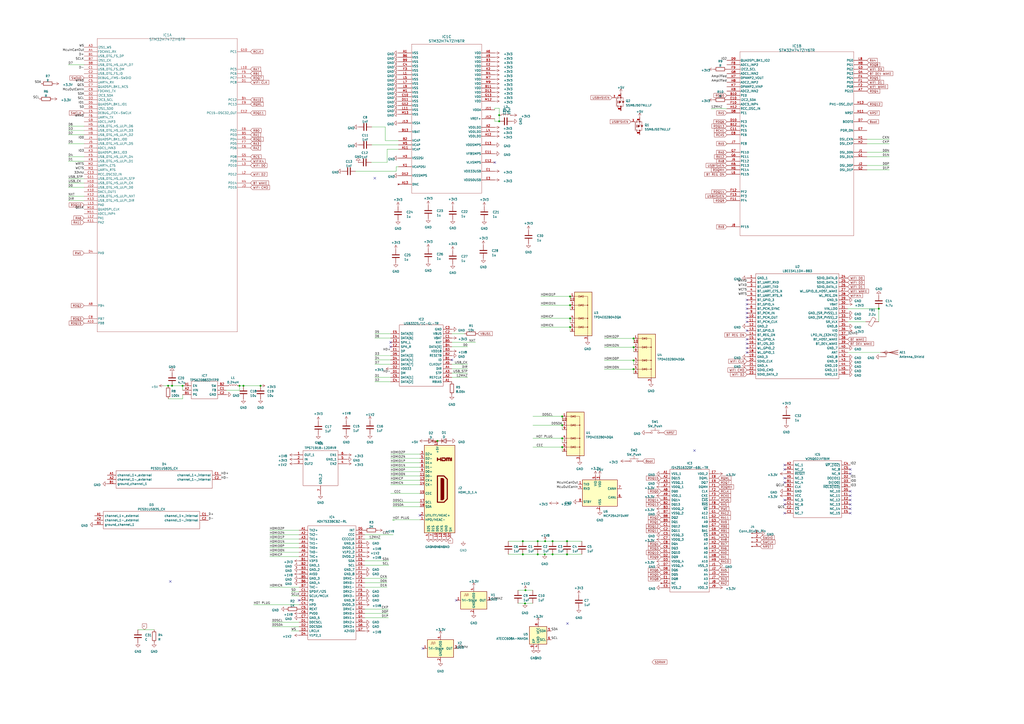
<source format=kicad_sch>
(kicad_sch (version 20230121) (generator eeschema)
  (paper "A2")
  (junction (at 304.546 350.012))
  (junction (at 289.56 66.802))
  (junction (at 326.136 246.634))
  (junction (at 99.822 223.774))
  (junction (at 509.778 179.07))
  (junction (at 326.136 259.334))
  (junction (at 367.538 201.422))
  (junction (at 311.912 313.944))
  (junction (at 367.538 214.122))
  (junction (at 141.224 223.774))
  (junction (at 303.276 321.564))
  (junction (at 328.93 321.564))
  (junction (at 315.976 321.564))
  (junction (at 303.276 313.944))
  (junction (at 311.912 321.564))
  (junction (at 151.13 223.774))
  (junction (at 330.708 171.958))
  (junction (at 367.538 196.342))
  (junction (at 330.708 189.738))
  (junction (at 105.918 223.774))
  (junction (at 138.938 223.774))
  (junction (at 320.548 313.944))
  (junction (at 253.746 255.778))
  (junction (at 320.548 321.564))
  (junction (at 326.136 241.554))
  (junction (at 326.136 254.254))
  (junction (at 97.536 223.774))
  (junction (at 328.93 313.944))
  (junction (at 316.23 313.944))
  (junction (at 330.708 184.658))
  (junction (at 367.538 209.042))
  (junction (at 304.8 342.392))
  (junction (at 330.708 177.038))
  (junction (at 289.56 70.358))
  (no_connect (at 433.324 186.69))
  (no_connect (at 493.268 292.608))
  (no_connect (at 245.364 376.174))
  (no_connect (at 493.268 272.288))
  (no_connect (at 433.324 181.61))
  (no_connect (at 433.324 179.07))
  (no_connect (at 173.482 348.234))
  (no_connect (at 455.168 272.288))
  (no_connect (at 226.568 201.168))
  (no_connect (at 455.168 290.068))
  (no_connect (at 455.168 292.608))
  (no_connect (at 243.586 298.958))
  (no_connect (at 433.324 173.99))
  (no_connect (at 287.02 94.234))
  (no_connect (at 433.324 204.47))
  (no_connect (at 433.324 191.77))
  (no_connect (at 226.568 198.628))
  (no_connect (at 455.168 279.908))
  (no_connect (at 262.128 208.788))
  (no_connect (at 493.268 284.988))
  (no_connect (at 433.324 201.93))
  (no_connect (at 329.184 361.696))
  (no_connect (at 402.844 261.366))
  (no_connect (at 98.806 337.312))
  (no_connect (at 493.268 287.528))
  (no_connect (at 455.168 297.688))
  (no_connect (at 433.324 184.15))
  (no_connect (at 455.168 269.748))
  (no_connect (at 433.324 199.39))
  (no_connect (at 493.268 290.068))
  (no_connect (at 217.424 103.378))
  (no_connect (at 433.324 196.85))
  (no_connect (at 433.324 176.53))
  (no_connect (at 493.268 274.828))
  (no_connect (at 493.268 295.148))
  (no_connect (at 264.668 348.234))
  (no_connect (at 455.168 277.368))
  (no_connect (at 493.268 297.688))
  (wire (pts (xy 262.128 198.628) (xy 275.844 198.628)))
  (wire (pts (xy 271.272 211.328) (xy 262.128 211.328)))
  (wire (pts (xy 94.996 223.774) (xy 97.536 223.774)))
  (wire (pts (xy 421.64 83.312) (xy 421.64 83.82)))
  (wire (pts (xy 309.118 241.554) (xy 326.136 241.554)))
  (wire (pts (xy 303.276 321.564) (xy 311.912 321.564)))
  (wire (pts (xy 502.92 98.552) (xy 515.874 98.552)))
  (wire (pts (xy 156.464 312.674) (xy 173.482 312.674)))
  (wire (pts (xy 39.624 90.932) (xy 48.768 90.932)))
  (wire (pts (xy 211.582 310.134) (xy 228.092 310.134)))
  (wire (pts (xy 226.568 286.258) (xy 243.586 286.258)))
  (wire (pts (xy 211.582 353.314) (xy 225.298 353.314)))
  (wire (pts (xy 226.568 273.558) (xy 243.586 273.558)))
  (wire (pts (xy 211.582 358.394) (xy 225.298 358.394)))
  (wire (pts (xy 300.482 342.392) (xy 304.8 342.392)))
  (wire (pts (xy 157.734 363.474) (xy 173.482 363.474)))
  (wire (pts (xy 229.87 96.774) (xy 231.14 96.774)))
  (wire (pts (xy 227.838 293.878) (xy 243.586 293.878)))
  (wire (pts (xy 225.552 325.374) (xy 211.582 325.374)))
  (wire (pts (xy 326.136 246.634) (xy 326.136 249.174)))
  (wire (pts (xy 289.56 62.738) (xy 289.56 66.802)))
  (wire (pts (xy 217.424 193.548) (xy 226.568 193.548)))
  (wire (pts (xy 157.734 360.934) (xy 173.482 360.934)))
  (wire (pts (xy 226.568 265.938) (xy 243.586 265.938)))
  (wire (pts (xy 502.92 80.772) (xy 515.874 80.772)))
  (wire (pts (xy 367.538 214.122) (xy 367.538 216.662)))
  (wire (pts (xy 320.548 313.944) (xy 328.93 313.944)))
  (wire (pts (xy 215.646 84.074) (xy 231.14 84.074)))
  (wire (pts (xy 287.02 70.358) (xy 287.02 68.834)))
  (wire (pts (xy 217.424 221.488) (xy 226.568 221.488)))
  (wire (pts (xy 224.536 94.234) (xy 224.536 86.614)))
  (wire (pts (xy 271.272 216.408) (xy 262.128 216.408)))
  (wire (pts (xy 217.424 206.248) (xy 226.568 206.248)))
  (wire (pts (xy 105.918 226.314) (xy 105.918 223.774)))
  (wire (pts (xy 227.838 301.752) (xy 227.838 301.498)))
  (wire (pts (xy 502.92 90.932) (xy 515.874 90.932)))
  (wire (pts (xy 156.464 322.834) (xy 173.482 322.834)))
  (wire (pts (xy 330.708 177.038) (xy 330.708 179.578)))
  (wire (pts (xy 229.87 99.314) (xy 229.87 96.774)))
  (wire (pts (xy 224.536 86.614) (xy 231.14 86.614)))
  (wire (pts (xy 294.894 321.564) (xy 303.276 321.564)))
  (wire (pts (xy 223.52 81.534) (xy 231.14 81.534)))
  (wire (pts (xy 412.496 62.992) (xy 421.64 62.992)))
  (wire (pts (xy 421.386 315.468) (xy 421.132 315.468)))
  (wire (pts (xy 226.568 263.398) (xy 243.586 263.398)))
  (wire (pts (xy 313.69 184.658) (xy 330.708 184.658)))
  (wire (pts (xy 39.624 93.472) (xy 48.768 93.472)))
  (wire (pts (xy 227.838 291.338) (xy 243.586 291.338)))
  (wire (pts (xy 168.91 366.014) (xy 173.482 366.014)))
  (wire (pts (xy 315.976 321.564) (xy 320.548 321.564)))
  (wire (pts (xy 141.224 223.774) (xy 151.13 223.774)))
  (wire (pts (xy 300.482 350.012) (xy 304.546 350.012)))
  (wire (pts (xy 217.424 196.088) (xy 226.568 196.088)))
  (wire (pts (xy 97.536 223.774) (xy 99.822 223.774)))
  (wire (pts (xy 491.744 179.07) (xy 509.778 179.07)))
  (wire (pts (xy 39.624 113.792) (xy 48.768 113.792)))
  (wire (pts (xy 156.464 340.614) (xy 173.482 340.614)))
  (wire (pts (xy 509.778 179.07) (xy 509.778 186.69)))
  (wire (pts (xy 168.91 345.694) (xy 173.482 345.694)))
  (wire (pts (xy 320.548 321.564) (xy 328.93 321.564)))
  (wire (pts (xy 271.272 218.948) (xy 262.128 218.948)))
  (wire (pts (xy 328.93 321.564) (xy 337.566 321.564)))
  (wire (pts (xy 304.8 342.392) (xy 309.118 342.392)))
  (wire (pts (xy 211.582 355.854) (xy 225.298 355.854)))
  (wire (pts (xy 39.624 73.152) (xy 48.768 73.152)))
  (wire (pts (xy 39.624 108.712) (xy 48.768 108.712)))
  (wire (pts (xy 294.894 313.944) (xy 303.276 313.944)))
  (wire (pts (xy 330.708 184.658) (xy 330.708 187.198)))
  (wire (pts (xy 131.318 226.314) (xy 138.938 226.314)))
  (wire (pts (xy 311.912 313.944) (xy 316.23 313.944)))
  (wire (pts (xy 287.02 62.738) (xy 287.02 63.754)))
  (wire (pts (xy 226.568 271.018) (xy 243.586 271.018)))
  (wire (pts (xy 309.118 246.634) (xy 326.136 246.634)))
  (wire (pts (xy 491.744 186.69) (xy 502.158 186.69)))
  (wire (pts (xy 313.69 171.958) (xy 330.708 171.958)))
  (wire (pts (xy 226.568 276.098) (xy 243.586 276.098)))
  (wire (pts (xy 217.424 208.788) (xy 226.568 208.788)))
  (wire (pts (xy 271.272 213.868) (xy 262.128 213.868)))
  (wire (pts (xy 156.464 307.594) (xy 173.482 307.594)))
  (wire (pts (xy 350.52 209.042) (xy 367.538 209.042)))
  (wire (pts (xy 156.464 320.294) (xy 173.482 320.294)))
  (wire (pts (xy 99.822 223.774) (xy 105.918 223.774)))
  (wire (pts (xy 39.624 37.592) (xy 48.768 37.592)))
  (wire (pts (xy 309.118 254.254) (xy 326.136 254.254)))
  (wire (pts (xy 217.424 211.328) (xy 226.568 211.328)))
  (wire (pts (xy 502.92 83.312) (xy 515.874 83.312)))
  (wire (pts (xy 211.582 338.074) (xy 224.536 338.074)))
  (wire (pts (xy 313.69 189.738) (xy 330.708 189.738)))
  (wire (pts (xy 289.56 62.738) (xy 287.02 62.738)))
  (wire (pts (xy 156.464 310.134) (xy 173.482 310.134)))
  (wire (pts (xy 156.464 317.754) (xy 173.482 317.754)))
  (wire (pts (xy 211.582 335.534) (xy 224.536 335.534)))
  (wire (pts (xy 39.624 116.332) (xy 48.768 116.332)))
  (wire (pts (xy 303.276 313.944) (xy 311.912 313.944)))
  (wire (pts (xy 138.938 223.774) (xy 141.224 223.774)))
  (wire (pts (xy 220.726 312.674) (xy 211.582 312.674)))
  (wire (pts (xy 316.23 313.944) (xy 320.548 313.944)))
  (wire (pts (xy 215.392 94.234) (xy 224.536 94.234)))
  (wire (pts (xy 39.624 103.632) (xy 48.768 103.632)))
  (wire (pts (xy 330.708 189.738) (xy 330.708 192.278)))
  (wire (pts (xy 311.912 321.564) (xy 315.976 321.564)))
  (wire (pts (xy 326.136 241.554) (xy 326.136 244.094)))
  (wire (pts (xy 138.938 226.314) (xy 138.938 223.774)))
  (wire (pts (xy 326.136 254.254) (xy 326.136 256.794)))
  (wire (pts (xy 502.92 88.392) (xy 515.874 88.392)))
  (wire (pts (xy 491.744 204.47) (xy 510.794 204.47)))
  (wire (pts (xy 80.01 365.252) (xy 89.408 365.252)))
  (wire (pts (xy 350.52 201.422) (xy 367.538 201.422)))
  (wire (pts (xy 105.918 231.394) (xy 105.918 228.854)))
  (wire (pts (xy 227.838 301.498) (xy 243.586 301.498)))
  (wire (pts (xy 226.568 268.478) (xy 243.586 268.478)))
  (wire (pts (xy 350.52 196.342) (xy 367.538 196.342)))
  (wire (pts (xy 313.69 177.038) (xy 330.708 177.038)))
  (wire (pts (xy 304.546 350.012) (xy 309.118 350.012)))
  (wire (pts (xy 289.56 70.358) (xy 287.02 70.358)))
  (wire (pts (xy 330.708 171.958) (xy 330.708 174.498)))
  (wire (pts (xy 39.624 83.312) (xy 48.768 83.312)))
  (wire (pts (xy 271.272 201.168) (xy 262.128 201.168)))
  (wire (pts (xy 156.464 315.214) (xy 173.482 315.214)))
  (wire (pts (xy 215.646 73.66) (xy 223.52 73.66)))
  (wire (pts (xy 168.91 343.154) (xy 173.482 343.154)))
  (wire (pts (xy 350.52 214.122) (xy 367.538 214.122)))
  (wire (pts (xy 39.624 75.692) (xy 48.768 75.692)))
  (wire (pts (xy 147.066 350.774) (xy 173.482 350.774)))
  (wire (pts (xy 39.624 106.172) (xy 48.768 106.172)))
  (wire (pts (xy 502.92 96.012) (xy 515.874 96.012)))
  (wire (pts (xy 328.93 313.944) (xy 337.566 313.944)))
  (wire (pts (xy 289.56 66.802) (xy 289.56 70.358)))
  (wire (pts (xy 223.52 73.66) (xy 223.52 81.534)))
  (wire (pts (xy 309.118 259.334) (xy 326.136 259.334)))
  (wire (pts (xy 421.132 330.708) (xy 421.386 330.708)))
  (wire (pts (xy 367.538 209.042) (xy 367.538 211.582)))
  (wire (pts (xy 367.538 196.342) (xy 367.538 198.882)))
  (wire (pts (xy 217.424 218.948) (xy 226.568 218.948)))
  (wire (pts (xy 39.624 78.232) (xy 48.768 78.232)))
  (wire (pts (xy 326.136 259.334) (xy 326.136 261.874)))
  (wire (pts (xy 226.568 278.638) (xy 243.586 278.638)))
  (wire (pts (xy 97.536 231.394) (xy 105.918 231.394)))
  (wire (pts (xy 211.582 340.614) (xy 224.536 340.614)))
  (wire (pts (xy 226.568 281.178) (xy 243.586 281.178)))
  (wire (pts (xy 367.538 201.422) (xy 367.538 203.962)))
  (wire (pts (xy 228.854 301.752) (xy 227.838 301.752)))
  (wire (pts (xy 206.248 99.314) (xy 229.87 99.314)))
  (wire (pts (xy 262.128 193.548) (xy 269.494 193.548)))
  (wire (pts (xy 225.552 327.914) (xy 211.582 327.914)))
  (label "DIR" (at 39.624 116.332 0))
  (label "32khz" (at 491.744 194.31 0))
  (label "DIR" (at 271.272 213.868 180))
  (label "HDMID2N" (at 350.52 201.422 0))
  (label "HDMICN" (at 226.568 281.178 0))
  (label "Amplified" (at 421.64 47.752 180))
  (label "D0" (at 39.624 108.712 0))
  (label "NXT" (at 275.844 198.628 180))
  (label "WTXD" (at 48.768 47.752 180))
  (label "HDMICP" (at 313.69 184.658 0))
  (label "WS" (at 168.91 366.014 0))
  (label "SDA" (at 319.786 366.014 0))
  (label "D7" (at 217.424 211.328 0))
  (label "HD-" (at 226.568 216.408 180))
  (label "CEC" (at 228.6 286.258 0))
  (label "HDMID1P" (at 313.69 171.958 0))
  (label "D4" (at 39.624 90.932 0))
  (label "D3" (at 39.624 75.692 0))
  (label "SCL" (at 225.552 327.914 180))
  (label "WTXD" (at 433.324 166.37 180))
  (label "IO2" (at 421.64 35.052 180))
  (label "HDMID1N" (at 156.464 315.214 0))
  (label "USB_CK" (at 271.272 211.328 180))
  (label "DDSDA" (at 227.838 293.878 0))
  (label "USB_CK" (at 39.624 106.172 0))
  (label "32khz" (at 48.768 101.092 180))
  (label "D4" (at 217.424 208.788 0))
  (label "HDMID2N" (at 226.568 265.938 0))
  (label "HDMID1P" (at 226.568 268.478 0))
  (label "HD+" (at 226.568 203.708 180))
  (label "CKN" (at 224.536 335.534 180))
  (label "WRXD" (at 433.324 163.83 180))
  (label "CKN" (at 515.874 80.772 180))
  (label "D1" (at 39.624 93.472 0))
  (label "D0N" (at 515.874 88.392 180))
  (label "IO0" (at 493.268 279.908 0))
  (label "D1P" (at 225.298 358.394 180))
  (label "SCL" (at 48.768 57.912 180))
  (label "McuOutCanIn" (at 335.28 283.464 180))
  (label "SCLK" (at 48.768 35.052 180))
  (label "HDMID0N" (at 226.568 276.098 0))
  (label "SD" (at 168.91 343.154 0))
  (label "SD" (at 48.768 62.992 180))
  (label "HDMID0N" (at 350.52 214.122 0))
  (label "SDA" (at 225.552 325.374 180))
  (label "McuInCanOut" (at 335.28 280.924 180))
  (label "IO1" (at 493.268 277.368 0))
  (label "HDMID0P" (at 156.464 317.754 0))
  (label "HD-" (at 128.27 278.13 0))
  (label "32khz" (at 265.684 376.174 0))
  (label "D+" (at 120.904 299.212 0))
  (label "HD+" (at 128.27 275.59 0))
  (label "HDMID0P" (at 226.568 273.558 0))
  (label "D0" (at 271.272 201.168 180))
  (label "SCLK" (at 168.91 345.694 0))
  (label "IO3" (at 48.768 88.392 180))
  (label "IO0" (at 48.768 80.772 180))
  (label "D3" (at 217.424 206.248 0))
  (label "HDMID2P" (at 350.52 196.342 0))
  (label "HDMID1N" (at 226.568 271.018 0))
  (label "HOT PLUG" (at 147.066 350.774 0))
  (label "QCS" (at 455.168 295.148 180))
  (label "12MHZ" (at 271.272 218.948 180))
  (label "D1P" (at 515.874 98.552 180))
  (label "D1" (at 217.424 218.948 0))
  (label "WRXD" (at 48.768 68.072 180))
  (label "D0N" (at 224.536 338.074 180))
  (label "WRTS" (at 433.324 171.45 180))
  (label "DDSCL" (at 227.838 291.338 0))
  (label "SCL" (at 319.786 371.094 0))
  (label "HDMICN" (at 313.69 189.738 0))
  (label "DDSCL" (at 314.452 241.554 0))
  (label "USB_STP" (at 271.272 216.408 180))
  (label "12MHZ" (at 220.726 312.674 180))
  (label "Amplified" (at 421.64 45.212 180))
  (label "HDMID2N" (at 156.464 310.134 0))
  (label "SDA" (at 23.876 48.514 180))
  (label "WCTS" (at 48.768 98.552 180))
  (label "CEC" (at 225.806 310.134 180))
  (label "McuOutCanIn" (at 48.768 52.832 180))
  (label "WCTS" (at 433.324 168.91 180))
  (label "QCLK" (at 455.168 282.448 180))
  (label "D5" (at 217.424 193.548 0))
  (label "D6" (at 217.424 196.088 0))
  (label "USB_STP" (at 39.624 103.632 0))
  (label "HDMID2P" (at 156.464 307.594 0))
  (label "HOT PLUG" (at 310.896 254.254 0))
  (label "D+" (at 48.768 32.512 180))
  (label "HDMICP" (at 156.464 322.834 0))
  (label "12MHZ" (at 412.496 62.992 0))
  (label "HOT PLUG" (at 227.838 301.498 0))
  (label "IO3" (at 493.268 282.448 0))
  (label "WRTS" (at 48.768 96.012 180))
  (label "SDA" (at 48.768 55.372 180))
  (label "12MHZ" (at 284.988 348.234 0))
  (label "D2" (at 217.424 221.488 0))
  (label "HDMID2P" (at 226.568 263.398 0))
  (label "CKP" (at 225.298 353.314 180))
  (label "HDMID0N" (at 156.464 320.294 0))
  (label "McuInCanOut" (at 48.768 29.972 180))
  (label "CKP" (at 515.874 83.312 180))
  (label "IO1" (at 48.768 60.452 180))
  (label "WS" (at 48.768 27.432 180))
  (label "HDMID0P" (at 350.52 209.042 0))
  (label "HDMICP" (at 226.568 278.638 0))
  (label "D0P" (at 515.874 96.012 180))
  (label "QCS" (at 48.768 50.292 180))
  (label "D-" (at 120.904 301.752 0))
  (label "SCL" (at 22.86 57.404 180))
  (label "NXT" (at 39.624 113.792 0))
  (label "D0P" (at 225.298 355.854 180))
  (label "HDMID1N" (at 313.69 177.038 0))
  (label "QCLK" (at 48.768 121.412 180))
  (label "IO2" (at 493.268 269.748 0))
  (label "HDMICN" (at 156.464 340.614 0))
  (label "D6" (at 39.624 73.152 0))
  (label "D1N" (at 515.874 90.932 180))
  (label "DDSDA" (at 157.734 363.474 0))
  (label "DDSDA" (at 319.786 246.634 0))
  (label "CEC" (at 311.15 259.334 0))
  (label "D-" (at 48.768 40.132 180))
  (label "D1N" (at 224.536 340.614 180))
  (label "HDMID1P" (at 156.464 312.674 0))
  (label "D2" (at 39.624 78.232 0))
  (label "D5" (at 39.624 83.312 0))
  (label "DDSCL" (at 157.734 360.934 0))
  (label "D7" (at 39.624 37.592 0))
  (global_label "RDQ14" (shape input) (at 421.64 111.252 180) (property "Intersheetrefs" "${INTERSHEET_REFS}" (effects hide)))
  (global_label "RDQ0" (shape input) (at 383.54 284.988 180) (property "Intersheetrefs" "${INTERSHEET_REFS}" (effects hide)))
  (global_label "RDQ12" (shape input) (at 383.54 305.308 180) (property "Intersheetrefs" "${INTERSHEET_REFS}" (effects hide)))
  (global_label "*" (shape input) (at 83.82 365.252 90) (property "Intersheetrefs" "${INTERSHEET_REFS}" (effects hide)))
  (global_label "RDQ8" (shape input) (at 383.54 335.788 180) (property "Intersheetrefs" "${INTERSHEET_REFS}" (effects hide)))
  (global_label "WIFI WAKE" (shape input) (at 491.744 168.91 0) (property "Intersheetrefs" "${INTERSHEET_REFS}" (effects hide)))
  (global_label "WIFI CMD" (shape input) (at 433.324 214.63 180) (property "Intersheetrefs" "${INTERSHEET_REFS}" (effects hide)))
  (global_label "USBFSVEN" (shape input) (at 421.64 96.012 180) (property "Intersheetrefs" "${INTERSHEET_REFS}" (effects hide)))
  (global_label "RA6" (shape input) (at 48.768 126.492 180) (property "Intersheetrefs" "${INTERSHEET_REFS}" (effects hide)))
  (global_label "BT REG ON" (shape input) (at 433.324 194.31 180) (property "Intersheetrefs" "${INTERSHEET_REFS}" (effects hide)))
  (global_label "RA12" (shape input) (at 416.56 297.688 0) (property "Intersheetrefs" "${INTERSHEET_REFS}" (effects hide)))
  (global_label "RA7" (shape input) (at 416.56 315.468 0) (property "Intersheetrefs" "${INTERSHEET_REFS}" (effects hide)))
  (global_label "RB0" (shape input) (at 145.288 75.692 0) (property "Intersheetrefs" "${INTERSHEET_REFS}" (effects hide)))
  (global_label "RDQ5" (shape input) (at 383.54 333.248 180) (property "Intersheetrefs" "${INTERSHEET_REFS}" (effects hide)))
  (global_label "RDQ6" (shape input) (at 383.54 330.708 180) (property "Intersheetrefs" "${INTERSHEET_REFS}" (effects hide)))
  (global_label "RAS" (shape input) (at 421.64 65.532 180) (property "Intersheetrefs" "${INTERSHEET_REFS}" (effects hide)))
  (global_label "RAS" (shape input) (at 416.56 292.608 0) (property "Intersheetrefs" "${INTERSHEET_REFS}" (effects hide)))
  (global_label "RA6" (shape input) (at 416.56 318.008 0) (property "Intersheetrefs" "${INTERSHEET_REFS}" (effects hide)))
  (global_label "USBHSVEN" (shape input) (at 355.092 56.642 180) (property "Intersheetrefs" "${INTERSHEET_REFS}" (effects hide)))
  (global_label "RA12" (shape input) (at 421.64 90.932 180) (property "Intersheetrefs" "${INTERSHEET_REFS}" (effects hide)))
  (global_label "RB1" (shape input) (at 145.288 42.672 0) (property "Intersheetrefs" "${INTERSHEET_REFS}" (effects hide)))
  (global_label "*" (shape input) (at 261.366 311.658 270) (property "Intersheetrefs" "${INTERSHEET_REFS}" (effects hide)))
  (global_label "BT REG ON" (shape input) (at 421.64 101.092 180) (property "Intersheetrefs" "${INTERSHEET_REFS}" (effects hide)))
  (global_label "NRST" (shape input) (at 385.064 250.952 0) (property "Intersheetrefs" "${INTERSHEET_REFS}" (effects hide)))
  (global_label "RCS" (shape input) (at 145.288 90.932 0) (property "Intersheetrefs" "${INTERSHEET_REFS}" (effects hide)))
  (global_label "RDQ6" (shape input) (at 421.64 70.612 180) (property "Intersheetrefs" "${INTERSHEET_REFS}" (effects hide)))
  (global_label "RA4" (shape input) (at 502.92 35.052 0) (property "Intersheetrefs" "${INTERSHEET_REFS}" (effects hide)))
  (global_label "RA9" (shape input) (at 421.64 131.572 180) (property "Intersheetrefs" "${INTERSHEET_REFS}" (effects hide)))
  (global_label "RDQ2" (shape input) (at 383.54 300.228 180) (property "Intersheetrefs" "${INTERSHEET_REFS}" (effects hide)))
  (global_label "WIFI D3" (shape input) (at 502.92 40.132 0) (property "Intersheetrefs" "${INTERSHEET_REFS}" (effects hide)))
  (global_label "RB0" (shape input) (at 416.56 305.308 0) (property "Intersheetrefs" "${INTERSHEET_REFS}" (effects hide)))
  (global_label "USBFSVEN" (shape input) (at 366.014 70.612 180) (property "Intersheetrefs" "${INTERSHEET_REFS}" (effects hide)))
  (global_label "WIFI D1" (shape input) (at 491.744 166.37 0) (property "Intersheetrefs" "${INTERSHEET_REFS}" (effects hide)))
  (global_label "SWCLK" (shape input) (at 48.768 65.532 180) (property "Intersheetrefs" "${INTERSHEET_REFS}" (effects hide)))
  (global_label "RCS" (shape input) (at 416.56 310.388 0) (property "Intersheetrefs" "${INTERSHEET_REFS}" (effects hide)))
  (global_label "RDQ13" (shape input) (at 421.64 73.152 180) (property "Intersheetrefs" "${INTERSHEET_REFS}" (effects hide)))
  (global_label "RA7" (shape input) (at 145.288 40.132 0) (property "Intersheetrefs" "${INTERSHEET_REFS}" (effects hide)))
  (global_label "RDQ11" (shape input) (at 145.288 65.532 0) (property "Intersheetrefs" "${INTERSHEET_REFS}" (effects hide)))
  (global_label "BT DEV WAKE" (shape input) (at 502.92 42.672 0) (property "Intersheetrefs" "${INTERSHEET_REFS}" (effects hide)))
  (global_label "RA4" (shape input) (at 416.56 333.248 0) (property "Intersheetrefs" "${INTERSHEET_REFS}" (effects hide)))
  (global_label "SDRAM" (shape input) (at 378.206 384.048 0) (property "Intersheetrefs" "${INTERSHEET_REFS}" (effects hide)))
  (global_label "RA3" (shape input) (at 145.288 83.312 0) (property "Intersheetrefs" "${INTERSHEET_REFS}" (effects hide)))
  (global_label "WIFI D0" (shape input) (at 491.744 161.29 0) (property "Intersheetrefs" "${INTERSHEET_REFS}" (effects hide)))
  (global_label "NRST" (shape input) (at 440.944 316.992 0) (property "Intersheetrefs" "${INTERSHEET_REFS}" (effects hide)))
  (global_label "RB1" (shape input) (at 416.56 307.848 0) (property "Intersheetrefs" "${INTERSHEET_REFS}" (effects hide)))
  (global_label "BT WAKE" (shape input) (at 145.288 106.172 0) (property "Intersheetrefs" "${INTERSHEET_REFS}" (effects hide)))
  (global_label "NRST" (shape input) (at 502.92 65.532 0) (property "Intersheetrefs" "${INTERSHEET_REFS}" (effects hide)))
  (global_label "RA9" (shape input) (at 416.56 302.768 0) (property "Intersheetrefs" "${INTERSHEET_REFS}" (effects hide)))
  (global_label "WIFI CLK" (shape input) (at 145.288 47.752 0) (property "Intersheetrefs" "${INTERSHEET_REFS}" (effects hide)))
  (global_label "RDQMH" (shape input) (at 416.56 282.448 0) (property "Intersheetrefs" "${INTERSHEET_REFS}" (effects hide)))
  (global_label "WIFIK4" (shape input) (at 145.288 93.472 0) (property "Intersheetrefs" "${INTERSHEET_REFS}" (effects hide)))
  (global_label "USBHSVEN" (shape input) (at 421.64 113.792 180) (property "Intersheetrefs" "${INTERSHEET_REFS}" (effects hide)))
  (global_label "RA0" (shape input) (at 421.64 88.392 180) (property "Intersheetrefs" "${INTERSHEET_REFS}" (effects hide)))
  (global_label "RDQ7" (shape input) (at 145.288 45.212 0) (property "Intersheetrefs" "${INTERSHEET_REFS}" (effects hide)))
  (global_label "RWE" (shape input) (at 48.768 146.812 180) (property "Intersheetrefs" "${INTERSHEET_REFS}" (effects hide)))
  (global_label "RA2" (shape input) (at 416.56 338.328 0) (property "Intersheetrefs" "${INTERSHEET_REFS}" (effects hide)))
  (global_label "WIFI CLK" (shape input) (at 433.324 209.55 180) (property "Intersheetrefs" "${INTERSHEET_REFS}" (effects hide)))
  (global_label "RDQ8" (shape input) (at 502.92 37.592 0) (property "Intersheetrefs" "${INTERSHEET_REFS}" (effects hide)))
  (global_label "RA2" (shape input) (at 145.288 85.852 0) (property "Intersheetrefs" "${INTERSHEET_REFS}" (effects hide)))
  (global_label "RDQ0" (shape input) (at 421.64 55.372 180) (property "Intersheetrefs" "${INTERSHEET_REFS}" (effects hide)))
  (global_label "RDQ10" (shape input) (at 383.54 320.548 180) (property "Intersheetrefs" "${INTERSHEET_REFS}" (effects hide)))
  (global_label "BT DEV WAKE" (shape input) (at 491.744 199.39 0) (property "Intersheetrefs" "${INTERSHEET_REFS}" (effects hide)))
  (global_label "SWDIO" (shape input) (at 48.768 45.212 180) (property "Intersheetrefs" "${INTERSHEET_REFS}" (effects hide)))
  (global_label "SWCLK" (shape input) (at 440.944 314.452 0) (property "Intersheetrefs" "${INTERSHEET_REFS}" (effects hide)))
  (global_label "RDQ11" (shape input) (at 383.54 307.848 180) (property "Intersheetrefs" "${INTERSHEET_REFS}" (effects hide)))
  (global_label "WIFI WAKE" (shape input) (at 502.92 50.292 0) (property "Intersheetrefs" "${INTERSHEET_REFS}" (effects hide)))
  (global_label "WIFI D3" (shape input) (at 491.744 163.83 0) (property "Intersheetrefs" "${INTERSHEET_REFS}" (effects hide)))
  (global_label "RDQ3" (shape input) (at 48.768 184.912 180) (property "Intersheetrefs" "${INTERSHEET_REFS}" (effects hide)))
  (global_label "RDQ5" (shape input) (at 502.92 45.212 0) (property "Intersheetrefs" "${INTERSHEET_REFS}" (effects hide)))
  (global_label "RA1" (shape input) (at 145.288 78.232 0) (property "Intersheetrefs" "${INTERSHEET_REFS}" (effects hide)))
  (global_label "SWDIO" (shape input) (at 440.944 311.912 0) (property "Intersheetrefs" "${INTERSHEET_REFS}" (effects hide)))
  (global_label "RCKE" (shape input) (at 421.64 75.692 180) (property "Intersheetrefs" "${INTERSHEET_REFS}" (effects hide)))
  (global_label "RDQ9" (shape input) (at 383.54 323.088 180) (property "Intersheetrefs" "${INTERSHEET_REFS}" (effects hide)))
  (global_label "RQML" (shape input) (at 145.288 60.452 0) (property "Intersheetrefs" "${INTERSHEET_REFS}" (effects hide)))
  (global_label "WIFI D1" (shape input) (at 502.92 47.752 0) (property "Intersheetrefs" "${INTERSHEET_REFS}" (effects hide)))
  (global_label "WIFI CMD" (shape input) (at 145.288 108.712 0) (property "Intersheetrefs" "${INTERSHEET_REFS}" (effects hide)))
  (global_label "RA3" (shape input) (at 416.56 335.788 0) (property "Intersheetrefs" "${INTERSHEET_REFS}" (effects hide)))
  (global_label "RDQ12" (shape input) (at 502.92 60.452 0) (property "Intersheetrefs" "${INTERSHEET_REFS}" (effects hide)))
  (global_label "WIFI D2" (shape input) (at 145.288 101.092 0) (property "Intersheetrefs" "${INTERSHEET_REFS}" (effects hide)))
  (global_label "RA8" (shape input) (at 416.56 312.928 0) (property "Intersheetrefs" "${INTERSHEET_REFS}" (effects hide)))
  (global_label "RDQ3" (shape input) (at 383.54 318.008 180) (property "Intersheetrefs" "${INTERSHEET_REFS}" (effects hide)))
  (global_label "WIFI D2" (shape input) (at 433.324 217.17 180) (property "Intersheetrefs" "${INTERSHEET_REFS}" (effects hide)))
  (global_label "RA8" (shape input) (at 421.64 93.472 180) (property "Intersheetrefs" "${INTERSHEET_REFS}" (effects hide)))
  (global_label "RDQ4" (shape input) (at 383.54 315.468 180) (property "Intersheetrefs" "${INTERSHEET_REFS}" (effects hide)))
  (global_label "RDQ10" (shape input) (at 48.768 118.872 180) (property "Intersheetrefs" "${INTERSHEET_REFS}" (effects hide)))
  (global_label "Boot" (shape input) (at 372.872 267.462 0) (property "Intersheetrefs" "${INTERSHEET_REFS}" (effects hide)))
  (global_label "WIFIK4" (shape input) (at 491.744 171.45 0) (property "Intersheetrefs" "${INTERSHEET_REFS}" (effects hide)))
  (global_label "RDQ15" (shape input) (at 48.768 187.452 180) (property "Intersheetrefs" "${INTERSHEET_REFS}" (effects hide)))
  (global_label "RDQMH" (shape input) (at 421.64 98.552 180) (property "Intersheetrefs" "${INTERSHEET_REFS}" (effects hide)))
  (global_label "RDQ4" (shape input) (at 502.92 52.832 0) (property "Intersheetrefs" "${INTERSHEET_REFS}" (effects hide)))
  (global_label "Boot" (shape input) (at 502.92 70.612 0) (property "Intersheetrefs" "${INTERSHEET_REFS}" (effects hide)))
  (global_label "RA11" (shape input) (at 48.768 129.032 180) (property "Intersheetrefs" "${INTERSHEET_REFS}" (effects hide)))
  (global_label "RA1" (shape input) (at 416.56 323.088 0) (property "Intersheetrefs" "${INTERSHEET_REFS}" (effects hide)))
  (global_label "RCKE" (shape input) (at 416.56 287.528 0) (property "Intersheetrefs" "${INTERSHEET_REFS}" (effects hide)))
  (global_label "VBUS1" (shape input) (at 277.114 193.548 0) (property "Intersheetrefs" "${INTERSHEET_REFS}" (effects hide)))
  (global_label "BT WAKE" (shape input) (at 491.744 196.85 0) (property "Intersheetrefs" "${INTERSHEET_REFS}" (effects hide)))
  (global_label "RDQ1" (shape input) (at 145.288 80.772 0) (property "Intersheetrefs" "${INTERSHEET_REFS}" (effects hide)))
  (global_label "RA10" (shape input) (at 145.288 57.912 0) (property "Intersheetrefs" "${INTERSHEET_REFS}" (effects hide)))
  (global_label "RCLK" (shape input) (at 145.288 29.972 0) (property "Intersheetrefs" "${INTERSHEET_REFS}" (effects hide)))
  (global_label "RA10" (shape input) (at 416.56 325.628 0) (property "Intersheetrefs" "${INTERSHEET_REFS}" (effects hide)))
  (global_label "RDQ9" (shape input) (at 421.64 116.332 180) (property "Intersheetrefs" "${INTERSHEET_REFS}" (effects hide)))
  (global_label "RDQ15" (shape input) (at 383.54 277.368 180) (property "Intersheetrefs" "${INTERSHEET_REFS}" (effects hide)))
  (global_label "RDQ14" (shape input) (at 383.54 290.068 180) (property "Intersheetrefs" "${INTERSHEET_REFS}" (effects hide)))
  (global_label "RCAS" (shape input) (at 416.56 290.068 0) (property "Intersheetrefs" "${INTERSHEET_REFS}" (effects hide)))
  (global_label "RA11" (shape input) (at 416.56 300.228 0) (property "Intersheetrefs" "${INTERSHEET_REFS}" (effects hide)))
  (global_label "RDQ2" (shape input) (at 48.768 177.292 180) (property "Intersheetrefs" "${INTERSHEET_REFS}" (effects hide)))
  (global_label "RDQ1" (shape input) (at 383.54 302.768 180) (property "Intersheetrefs" "${INTERSHEET_REFS}" (effects hide)))
  (global_label "RA0" (shape input) (at 416.56 320.548 0) (property "Intersheetrefs" "${INTERSHEET_REFS}" (effects hide)))
  (global_label "RA5" (shape input) (at 421.64 83.312 180) (property "Intersheetrefs" "${INTERSHEET_REFS}" (effects hide)))
  (global_label "WIFI D0" (shape input) (at 145.288 96.012 0) (property "Intersheetrefs" "${INTERSHEET_REFS}" (effects hide)))
  (global_label "RDQ7" (shape input) (at 416.56 279.908 0) (property "Intersheetrefs" "${INTERSHEET_REFS}" (effects hide)))
  (global_label "RQML" (shape input) (at 416.56 277.368 0) (property "Intersheetrefs" "${INTERSHEET_REFS}" (effects hide)))
  (global_label "RA5" (shape input) (at 416.56 330.708 0) (property "Intersheetrefs" "${INTERSHEET_REFS}" (effects hide)))
  (global_label "RCAS" (shape input) (at 421.64 78.232 180) (property "Intersheetrefs" "${INTERSHEET_REFS}" (effects hide)))
  (global_label "RWE" (shape input) (at 416.56 295.148 0) (property "Intersheetrefs" "${INTERSHEET_REFS}" (effects hide)))
  (global_label "RCLK" (shape input) (at 416.56 284.988 0) (property "Intersheetrefs" "${INTERSHEET_REFS}" (effects hide)))
  (global_label "RDQ13" (shape input) (at 383.54 292.608 180) (property "Intersheetrefs" "${INTERSHEET_REFS}" (effects hide)))
  (symbol (lib_id "power:GND") (at 455.168 284.988 270) (unit 1)
    (property "Reference" "#PWR092" (effects hide))
    (property "Value" "GND" (at 450.85 285.623 90) (effects (justify right)))
  )
  (symbol (lib_id "power:+5V") (at 360.172 54.102 0) (unit 1)
    (property "Reference" "#PWR0185" (effects hide))
    (property "Value" "+5V" (at 360.172 50.8 0))
  )
  (symbol (lib_id "Device:C") (at 211.836 73.66 90) (unit 1)
    (property "Reference" "C8" (at 211.836 68.072 90))
    (property "Value" "1nF" (at 211.836 70.612 90))
    (property "Footprint" "Capacitor_SMD:C_0402_1005Metric" (effects hide))
  )
  (symbol (lib_id "power:GND") (at 231.14 63.754 270) (unit 1)
    (property "Reference" "#PWR061" (effects hide))
    (property "Value" "GND" (at 228.6 64.389 90) (effects (justify right)))
  )
  (symbol (lib_id "power:GND") (at 312.166 376.174 0) (unit 1)
    (property "Reference" "#PWR0111" (effects hide))
    (property "Value" "GND" (at 312.166 381.762 0))
  )
  (symbol (lib_id "power:+3V3") (at 229.616 144.78 0) (unit 1)
    (property "Reference" "#PWR0171" (effects hide))
    (property "Value" "+3V3" (at 229.616 140.716 0))
  )
  (symbol (lib_id "power:+1V2") (at 173.482 368.554 90) (unit 1)
    (property "Reference" "#PWR037" (effects hide))
    (property "Value" "+1V2" (at 169.164 369.189 90) (effects (justify left)))
  )
  (symbol (lib_id "Device:C") (at 306.578 137.414 0) (unit 1)
    (property "Reference" "C30" (at 311.404 136.779 0) (effects (justify left)))
    (property "Value" "1u" (at 311.404 139.319 0) (effects (justify left)))
    (property "Footprint" "Capacitor_SMD:C_0402_1005Metric" (effects hide))
  )
  (symbol (lib_id "power:GND") (at 151.13 231.394 0) (unit 1)
    (property "Reference" "#PWR0160" (effects hide))
    (property "Value" "GND" (at 151.13 236.474 0))
  )
  (symbol (lib_id "power:+1V2") (at 304.8 342.392 0) (unit 1)
    (property "Reference" "#PWR044" (effects hide))
    (property "Value" "+1V2" (at 304.8 338.582 0))
  )
  (symbol (lib_id "power:GND") (at 211.582 348.234 90) (unit 1)
    (property "Reference" "#PWR029" (effects hide))
    (property "Value" "GND" (at 215.9 348.2339 90) (effects (justify right)))
  )
  (symbol (lib_id "power:GND") (at 231.14 53.594 270) (unit 1)
    (property "Reference" "#PWR057" (effects hide))
    (property "Value" "GND" (at 228.6 54.229 90) (effects (justify right)))
  )
  (symbol (lib_id "power:GND") (at 491.744 214.63 90) (unit 1)
    (property "Reference" "#PWR0138" (effects hide))
    (property "Value" "GND" (at 495.554 215.265 90) (effects (justify right)))
  )
  (symbol (lib_id "power:GND") (at 62.23 280.67 270) (unit 1)
    (property "Reference" "#PWR0116" (effects hide))
    (property "Value" "GND" (at 58.42 281.305 90) (effects (justify right)))
  )
  (symbol (lib_id "power:GND") (at 258.826 311.658 0) (unit 1)
    (property "Reference" "#PWR08" (effects hide))
    (property "Value" "GND" (at 258.826 317.246 0))
  )
  (symbol (lib_id "power:+5V") (at 347.98 275.844 0) (unit 1)
    (property "Reference" "#PWR0114" (effects hide))
    (property "Value" "+5V" (at 347.98 272.542 0))
  )
  (symbol (lib_id "power:+1V8") (at 170.688 263.906 90) (unit 1)
    (property "Reference" "#PWR0146" (effects hide))
    (property "Value" "+1V8" (at 166.624 264.541 90) (effects (justify left)))
  )
  (symbol (lib_id "power:GND") (at 211.582 345.694 90) (unit 1)
    (property "Reference" "#PWR028" (effects hide))
    (property "Value" "GND" (at 215.9 345.6939 90) (effects (justify right)))
  )
  (symbol (lib_id "power:GND") (at 383.54 279.908 270) (unit 1)
    (property "Reference" "#PWR0107" (effects hide))
    (property "Value" "GND" (at 379.984 280.543 90) (effects (justify right)))
  )
  (symbol (lib_id "power:+3V3") (at 280.416 142.24 0) (unit 1)
    (property "Reference" "#PWR0177" (effects hide))
    (property "Value" "+3V3" (at 280.416 138.176 0))
  )
  (symbol (lib_id "power:GND") (at 231.14 38.354 270) (unit 1)
    (property "Reference" "#PWR051" (effects hide))
    (property "Value" "GND" (at 228.6 38.989 90) (effects (justify right)))
  )
  (symbol (lib_id "power:+3V3") (at 335.788 345.186 0) (unit 1)
    (property "Reference" "#PWR046" (effects hide))
    (property "Value" "+3V3" (at 335.788 341.122 0))
  )
  (symbol (lib_id "power:GND") (at 229.616 152.4 0) (unit 1)
    (property "Reference" "#PWR0172" (effects hide))
    (property "Value" "GND" (at 229.616 157.48 0))
  )
  (symbol (lib_id "SSM6J507NU_LF:SSM6J507NU,LF") (at 357.632 59.182 0) (unit 1)
    (property "Reference" "Q2" (at 362.966 58.547 0) (effects (justify left)))
    (property "Value" "SSM6J507NU,LF" (at 362.966 61.087 0) (effects (justify left)))
    (property "Footprint" "SSM6J507NU_LF:TRANS_SSM6J507NU,LF" (effects hide))
    (property "PARTREV" "2.0" (effects hide))
    (property "STANDARD" "Manufacturer recommendations" (effects hide))
    (property "MAXIMUM_PACKAGE_HEIGHT" "0.8 mm" (effects hide))
    (property "MANUFACTURER" "Toshiba" (effects hide))
  )
  (symbol (lib_id "power:+3V3") (at 201.168 268.986 270) (unit 1)
    (property "Reference" "#PWR0150" (effects hide))
    (property "Value" "+3V3" (at 205.486 269.621 90) (effects (justify left)))
  )
  (symbol (lib_id "power:GND") (at 491.744 217.17 90) (unit 1)
    (property "Reference" "#PWR0139" (effects hide))
    (property "Value" "GND" (at 495.554 217.805 90) (effects (justify right)))
  )
  (symbol (lib_id "Device:L") (at 135.128 223.774 90) (unit 1)
    (property "Reference" "L1" (at 135.128 219.202 90))
    (property "Value" "0.24uH" (at 135.128 221.742 90))
    (property "Footprint" "Inductor_SMD:L_0402_1005Metric" (effects hide))
  )
  (symbol (lib_id "power:GND") (at 248.412 126.746 0) (unit 1)
    (property "Reference" "#PWR0168" (effects hide))
    (property "Value" "GND" (at 248.412 131.826 0))
  )
  (symbol (lib_id "power:GND") (at 253.746 311.658 0) (unit 1)
    (property "Reference" "#PWR038" (effects hide))
    (property "Value" "GND" (at 253.746 317.246 0))
  )
  (symbol (lib_id "power:+3.3V") (at 416.56 274.828 270) (unit 1)
    (property "Reference" "#PWR095" (effects hide))
    (property "Value" "+3.3V" (at 420.878 275.463 90) (effects (justify left)))
  )
  (symbol (lib_id "Device:C") (at 311.912 317.754 0) (unit 1)
    (property "Reference" "C2" (at 314.96 317.119 0) (effects (justify left)))
    (property "Value" "1uF" (at 314.96 319.659 0) (effects (justify left)))
    (property "Footprint" "Capacitor_SMD:C_0402_1005Metric" (effects hide))
  )
  (symbol (lib_id "power:GND") (at 297.18 70.358 90) (unit 1)
    (property "Reference" "#PWR0182" (effects hide))
    (property "Value" "GND" (at 302.006 70.358 0))
  )
  (symbol (lib_id "Device:C") (at 262.636 149.352 0) (unit 1)
    (property "Reference" "C27" (at 267.462 148.717 0) (effects (justify left)))
    (property "Value" "1u" (at 267.462 151.257 0) (effects (justify left)))
    (property "Footprint" "Capacitor_SMD:C_0402_1005Metric" (effects hide))
  )
  (symbol (lib_id "power:GND") (at 248.412 151.892 0) (unit 1)
    (property "Reference" "#PWR0174" (effects hide))
    (property "Value" "GND" (at 248.412 156.972 0))
  )
  (symbol (lib_id "power:GND") (at 268.732 313.944 0) (unit 1)
    (property "Reference" "#PWR04" (effects hide))
    (property "Value" "GND" (at 268.732 319.278 0))
  )
  (symbol (lib_id "Power_Protection:TPD4E02B04DQA") (at 375.158 206.502 0) (unit 1)
    (property "Reference" "U4" (at 381.254 205.867 0) (effects (justify left)))
    (property "Value" "TPD4E02B04DQA" (at 381.254 208.407 0) (effects (justify left)))
    (property "Footprint" "Package_SON:USON-10_2.5x1.0mm_P0.5mm" (effects hide))
    (property "Datasheet" "http://www.ti.com/lit/ds/symlink/tpd4e02b04.pdf" (effects hide))
  )
  (symbol (lib_id "power:+3.3V") (at 455.168 274.828 90) (unit 1)
    (property "Reference" "#PWR094" (effects hide))
    (property "Value" "+3.3V" (at 451.104 275.463 90) (effects (justify left)))
  )
  (symbol (lib_id "power:GND") (at 287.02 84.074 90) (unit 1)
    (property "Reference" "#PWR083" (effects hide))
    (property "Value" "GND" (at 292.1 84.709 90) (effects (justify right)))
  )
  (symbol (lib_id "PESD1USB3S_CX:PESD1USB3S_CX") (at 54.864 299.212 0) (unit 1)
    (property "Reference" "D3" (at 87.884 292.862 0))
    (property "Value" "PESD1USB3S_CX" (at 87.884 295.402 0))
    (property "Footprint" "PESD1USB3S:PESD1USB3BCX" (effects hide))
    (property "Datasheet" "https://assets.nexperia.com/documents/data-sheet/PESDXUSB3S_SER.pdf" (effects hide))
    (property "Description" "PESDxUSB3S - ESD protection for differential data lines" (effects hide))
    (property "Height" "0.64" (effects hide))
    (property "Manufacturer_Name" "Nexperia" (effects hide))
    (property "Manufacturer_Part_Number" "PESD1USB3S/CX" (effects hide))
    (property "Mouser Part Number" "771-PESD1USB3S/CX" (effects hide))
    (property "Mouser Price/Stock" "https://www.mouser.com/Search/Refine.aspx?Keyword=771-PESD1USB3S%2FCX" (effects hide))
  )
  (symbol (lib_id "power:+3V3") (at 173.482 325.374 90) (unit 1)
    (property "Reference" "#PWR010" (effects hide))
    (property "Value" "+3V3" (at 169.926 326.009 90) (effects (justify left)))
  )
  (symbol (lib_id "power:GND") (at 309.626 376.174 0) (unit 1)
    (property "Reference" "#PWR05" (effects hide))
    (property "Value" "GND" (at 309.626 381.762 0))
  )
  (symbol (lib_id "power:GND") (at 173.482 330.454 270) (unit 1)
    (property "Reference" "#PWR012" (effects hide))
    (property "Value" "GND" (at 169.418 331.089 90) (effects (justify right)))
  )
  (symbol (lib_id "Security:ATECC608A-MAHDA") (at 312.166 368.554 0) (unit 1)
    (property "Reference" "U5" (at 306.324 367.919 0) (effects (justify right)))
    (property "Value" "ATECC608A-MAHDA" (at 306.324 370.459 0) (effects (justify right)))
    (property "Footprint" "Package_DFN_QFN:DFN-8-1EP_3x2mm_P0.5mm_EP1.3x1.5mm" (effects hide))
    (property "Datasheet" "http://ww1.microchip.com/downloads/en/DeviceDoc/ATECC608A-CryptoAuthentication-Device-Summary-Data-Sheet-DS40001977B.pdf" (effects hide))
  )
  (symbol (lib_id "power:+3V3") (at 287.02 99.314 270) (unit 1)
    (property "Reference" "#PWR078" (effects hide))
    (property "Value" "+3V3" (at 291.846 99.949 90) (effects (justify left)))
  )
  (symbol (lib_id "power:GND") (at 211.582 363.474 90) (unit 1)
    (property "Reference" "#PWR032" (effects hide))
    (property "Value" "GND" (at 215.9 363.4739 90) (effects (justify right)))
  )
  (symbol (lib_id "power:GND") (at 280.924 127.508 0) (unit 1)
    (property "Reference" "#PWR0164" (effects hide))
    (property "Value" "GND" (at 280.924 132.588 0))
  )
  (symbol (lib_id "PESD1USB3S_CX:PESD1USB3S_CX") (at 62.23 275.59 0) (unit 1)
    (property "Reference" "D4" (at 95.25 269.24 0))
    (property "Value" "PESD1USB3S_CX" (at 95.25 271.78 0))
    (property "Footprint" "PESD1USB3S:PESD1USB3BCX" (effects hide))
    (property "Datasheet" "https://assets.nexperia.com/documents/data-sheet/PESDXUSB3S_SER.pdf" (effects hide))
    (property "Description" "PESDxUSB3S - ESD protection for differential data lines" (effects hide))
    (property "Height" "0.64" (effects hide))
    (property "Manufacturer_Name" "Nexperia" (effects hide))
    (property "Manufacturer_Part_Number" "PESD1USB3S/CX" (effects hide))
    (property "Mouser Part Number" "771-PESD1USB3S/CX" (effects hide))
    (property "Mouser Price/Stock" "https://www.mouser.com/Search/Refine.aspx?Keyword=771-PESD1USB3S%2FCX" (effects hide))
  )
  (symbol (lib_id "power:+3V3") (at 262.636 119.634 0) (unit 1)
    (property "Reference" "#PWR0165" (effects hide))
    (property "Value" "+3V3" (at 262.636 115.57 0))
  )
  (symbol (lib_id "power:GND") (at 383.54 297.688 270) (unit 1)
    (property "Reference" "#PWR0106" (effects hide))
    (property "Value" "GND" (at 379.984 298.323 90) (effects (justify right)))
  )
  (symbol (lib_id "Device:R") (at 417.83 40.132 90) (unit 1)
    (property "Reference" "R9" (at 417.83 35.56 90))
    (property "Value" "R" (at 417.83 38.1 90))
    (property "Footprint" "Resistor_SMD:R_0402_1005Metric" (effects hide))
  )
  (symbol (lib_id "power:GND") (at 383.54 328.168 270) (unit 1)
    (property "Reference" "#PWR0104" (effects hide))
    (property "Value" "GND" (at 380.238 328.803 90) (effects (justify right)))
  )
  (symbol (lib_id "power:GND") (at 231.14 91.694 270) (unit 1)
    (property "Reference" "#PWR085" (effects hide))
    (property "Value" "GND" (at 229.108 92.329 90) (effects (justify right)))
  )
  (symbol (lib_id "power:GND") (at 336.296 266.954 0) (unit 1)
    (property "Reference" "#PWR018" (effects hide))
    (property "Value" "GND" (at 336.296 272.034 0))
  )
  (symbol (lib_id "Switch:SW_Push") (at 367.792 267.462 0) (unit 1)
    (property "Reference" "SW2" (at 367.792 261.112 0))
    (property "Value" "SW_Push" (at 367.792 263.652 0))
    (property "Footprint" "Switch1:NanoT160AS" (effects hide))
  )
  (symbol (lib_id "power:GND") (at 509.778 171.45 180) (unit 1)
    (property "Reference" "#PWR0140" (effects hide))
    (property "Value" "GND" (at 509.778 167.64 0))
  )
  (symbol (lib_id "power:GND") (at 231.14 43.434 270) (unit 1)
    (property "Reference" "#PWR053" (effects hide))
    (property "Value" "GND" (at 228.6 44.069 90) (effects (justify right)))
  )
  (symbol (lib_id "power:+3.3V") (at 383.54 325.628 90) (unit 1)
    (property "Reference" "#PWR097" (effects hide))
    (property "Value" "+3.3V" (at 379.73 326.263 90) (effects (justify left)))
  )
  (symbol (lib_id "power:+3V3") (at 287.02 38.354 270) (unit 1)
    (property "Reference" "#PWR067" (effects hide))
    (property "Value" "+3V3" (at 292.1 38.989 90) (effects (justify left)))
  )
  (symbol (lib_id "power:+3V3") (at 280.924 119.888 0) (unit 1)
    (property "Reference" "#PWR0163" (effects hide))
    (property "Value" "+3V3" (at 280.924 115.824 0))
  )
  (symbol (lib_id "power:GND") (at 141.224 231.394 0) (unit 1)
    (property "Reference" "#PWR0159" (effects hide))
    (property "Value" "GND" (at 141.224 236.474 0))
  )
  (symbol (lib_id "power:GND") (at 304.546 350.012 0) (unit 1)
    (property "Reference" "#PWR043" (effects hide))
    (property "Value" "GND" (at 304.546 355.6 0))
  )
  (symbol (lib_id "power:+3V3") (at 262.636 145.542 0) (unit 1)
    (property "Reference" "#PWR0175" (effects hide))
    (property "Value" "+3V3" (at 262.636 141.478 0))
  )
  (symbol (lib_id "power:+3V3") (at 287.02 56.134 270) (unit 1)
    (property "Reference" "#PWR074" (effects hide))
    (property "Value" "+3V3" (at 292.1 56.769 90) (effects (justify left)))
  )
  (symbol (lib_id "power:GND") (at 287.02 89.154 90) (unit 1)
    (property "Reference" "#PWR077" (effects hide))
    (property "Value" "GND" (at 292.1 89.789 90) (effects (justify right)))
  )
  (symbol (lib_id "power:GND") (at 231.14 66.294 270) (unit 1)
    (property "Reference" "#PWR062" (effects hide))
    (property "Value" "GND" (at 228.6 66.929 90) (effects (justify right)))
  )
  (symbol (lib_id "power:GND") (at 491.744 201.93 90) (unit 1)
    (property "Reference" "#PWR0134" (effects hide))
    (property "Value" "GND" (at 495.554 202.565 90) (effects (justify right)))
  )
  (symbol (lib_id "power:+3.3V") (at 312.166 360.934 0) (unit 1)
    (property "Reference" "#PWR0112" (effects hide))
    (property "Value" "+3.3V" (at 312.166 357.632 0))
  )
  (symbol (lib_id "power:GND") (at 491.744 184.15 90) (unit 1)
    (property "Reference" "#PWR0130" (effects hide))
    (property "Value" "GND" (at 495.554 184.785 90) (effects (justify right)))
  )
  (symbol (lib_id "power:+1V8") (at 211.582 317.754 270) (unit 1)
    (property "Reference" "#PWR022" (effects hide))
    (property "Value" "+1V8" (at 215.9 318.389 90) (effects (justify left)))
  )
  (symbol (lib_id "Device:C") (at 248.412 148.082 0) (unit 1)
    (property "Reference" "C26" (at 253.238 147.447 0) (effects (justify left)))
    (property "Value" "1u" (at 253.238 149.987 0) (effects (justify left)))
    (property "Footprint" "Capacitor_SMD:C_0402_1005Metric" (effects hide))
  )
  (symbol (lib_id "Device:C") (at 99.822 219.964 0) (unit 1)
    (property "Reference" "C20" (at 103.124 219.329 0) (effects (justify left)))
    (property "Value" "4.7u" (at 103.124 221.869 0) (effects (justify left)))
    (property "Footprint" "Capacitor_SMD:C_0402_1005Metric" (effects hide))
  )
  (symbol (lib_id "power:+5V") (at 246.126 255.778 90) (unit 1)
    (property "Reference" "#PWR047" (effects hide))
    (property "Value" "+5V" (at 242.57 256.413 90) (effects (justify left)))
  )
  (symbol (lib_id "power:+3V3") (at 262.128 196.088 270) (unit 1)
    (property "Reference" "#PWR06" (effects hide))
    (property "Value" "+3V3" (at 265.684 196.723 90) (effects (justify left)))
  )
  (symbol (lib_id "Connector:HDMI_D_1.4") (at 253.746 283.718 0) (unit 1)
    (property "Reference" "J2" (at 265.684 283.083 0) (effects (justify left)))
    (property "Value" "HDMI_D_1.4" (at 265.684 285.623 0) (effects (justify left)))
    (property "Footprint" "Connector_HDMI:HDMI_Micro-D_Molex_46765-0x01" (effects hide))
    (property "Datasheet" "http://pinoutguide.com/PortableDevices/micro_hdmi_type_d_pinout.shtml" (effects hide))
  )
  (symbol (lib_id "power:+3.3V") (at 383.54 282.448 90) (unit 1)
    (property "Reference" "#PWR0101" (effects hide))
    (property "Value" "+3.3V" (at 379.73 283.083 90) (effects (justify left)))
  )
  (symbol (lib_id "power:+3V3") (at 287.02 43.434 270) (unit 1)
    (property "Reference" "#PWR069" (effects hide))
    (property "Value" "+3V3" (at 292.1 44.069 90) (effects (justify left)))
  )
  (symbol (lib_id "power:+3V3") (at 287.02 76.454 270) (unit 1)
    (property "Reference" "#PWR081" (effects hide))
    (property "Value" "+3V3" (at 291.846 77.089 90) (effects (justify left)))
  )
  (symbol (lib_id "Device:C") (at 456.184 241.808 0) (unit 1)
    (property "Reference" "C32" (at 461.01 241.173 0) (effects (justify left)))
    (property "Value" "1u" (at 461.01 243.713 0) (effects (justify left)))
    (property "Footprint" "Capacitor_SMD:C_0402_1005Metric" (effects hide))
  )
  (symbol (lib_id "TPS6208833YFPR:TPS6208833YFPR") (at 105.918 223.774 0) (unit 1)
    (property "Reference" "IC7" (at 118.618 217.932 0))
    (property "Value" "TPS6208833YFPR" (at 118.618 220.472 0))
    (property "Footprint" "TPS6208833YFPR:BGA6C40P2X3_80X120X50" (effects hide))
    (property "Datasheet" "https://www.ti.com/lit/ds/symlink/tps62088.pdf?HQS=TI-null-null-digikeymode-df-pf-null-wwe&ts=1592050210975" (effects hide))
    (property "Description" "Switching Voltage Regulators" (effects hide))
    (property "Height" "0.5" (effects hide))
    (property "Manufacturer_Name" "Texas Instruments" (effects hide))
    (property "Manufacturer_Part_Number" "TPS6208833YFPR" (effects hide))
    (property "Mouser Part Number" "595-TPS6208833YFPR" (effects hide))
    (property "Mouser Price/Stock" "https://www.mouser.co.uk/ProductDetail/Texas-Instruments/TPS6208833YFPR?qs=fAHHVMwC%252BbgZiei1VAGw0w%3D%3D" (effects hide))
    (property "Arrow Part Number" "TPS6208833YFPR" (effects hide))
    (property "Arrow Price/Stock" "https://www.arrow.com/en/products/tps6208833yfpr/texas-instruments?region=nac" (effects hide))
  )
  (symbol (lib_id "power:GND") (at 315.976 321.564 0) (unit 1)
    (property "Reference" "#PWR041" (effects hide))
    (property "Value" "GND" (at 315.976 327.152 0))
  )
  (symbol (lib_id "power:GND") (at 231.14 40.894 270) (unit 1)
    (property "Reference" "#PWR052" (effects hide))
    (property "Value" "GND" (at 228.6 41.529 90) (effects (justify right)))
  )
  (symbol (lib_id "power:GND") (at 433.324 212.09 270) (unit 1)
    (property "Reference" "#PWR0126" (effects hide))
    (property "Value" "GND" (at 429.768 212.725 90) (effects (justify right)))
  )
  (symbol (lib_id "Oscillator:ASCO") (at 274.828 348.234 0) (unit 1)
    (property "Reference" "X1" (at 286.004 345.1099 0))
    (property "Value" "ASCO" (at 286.004 347.6499 0))
    (property "Footprint" "Oscillator:Oscillator_SMD_Abracon_ASCO-4Pin_1.6x1.2mm" (effects hide))
    (property "Datasheet" "https://abracon.com/Oscillators/ASCO.pdf" (effects hide))
  )
  (symbol (lib_id "Device:R") (at 169.672 353.314 90) (unit 1)
    (property "Reference" "R2" (at 169.672 348.742 90))
    (property "Value" "1K" (at 169.672 351.282 90))
    (property "Footprint" "Resistor_SMD:R_0402_1005Metric" (effects hide))
  )
  (symbol (lib_id "power:GND") (at 377.698 221.742 0) (unit 1)
    (property "Reference" "#PWR035" (effects hide))
    (property "Value" "GND" (at 377.698 226.822 0))
  )
  (symbol (lib_id "power:+3V3") (at 184.658 244.348 0) (unit 1)
    (property "Reference" "#PWR0151" (effects hide))
    (property "Value" "+3V3" (at 184.658 240.03 0))
  )
  (symbol (lib_id "Device:D") (at 257.556 255.778 0) (unit 1)
    (property "Reference" "D1" (at 257.556 250.952 0))
    (property "Value" "D" (at 257.556 253.492 0))
    (property "Footprint" "Diode_SMD:D_0402_1005Metric" (effects hide))
    (property "Sim.Device" "D" (effects hide))
    (property "Sim.Pins" "1=K 2=A" (effects hide))
  )
  (symbol (lib_id "power:+1V8") (at 262.128 203.708 270) (unit 1)
    (property "Reference" "#PWR03" (effects hide))
    (property "Value" "+1V8" (at 265.684 204.343 90) (effects (justify left)))
  )
  (symbol (lib_id "IS42S16320F-6BL-TR:IS42S16160J-7BLI") (at 383.54 274.828 0) (unit 1)
    (property "Reference" "IC3" (at 400.05 268.732 0))
    (property "Value" "IS42S16320F-6BL-TR" (at 400.05 271.272 0))
    (property "Footprint" "IS42S16320F-6BL-TR:BGA54C80P9X9_800X800X120" (effects hide))
    (property "Datasheet" "https://www.mouser.com/datasheet/2/198/42-45S83200J-16160J-462626.pdf" (effects hide))
    (property "Description" "DRAM 256M, 3.3V, SDRAM, 16Mx16, 143Mhz, 54 ball BGA (8mmx8mm) RoHS, IT" (effects hide))
    (property "Height" "1.2" (effects hide))
    (property "Manufacturer_Name" "Integrated Silicon Solution Inc." (effects hide))
    (property "Manufacturer_Part_Number" "IS42S16160J-7BLI" (effects hide))
    (property "Mouser Part Number" "870-42S16160J7BLI" (effects hide))
    (property "Mouser Price/Stock" "https://www.mouser.co.uk/ProductDetail/ISSI/IS42S16160J-7BLI?qs=bHq4TaS7gBfDC8kKmlCy6g%3D%3D" (effects hide))
    (property "Arrow Part Number" "IS42S16160J-7BLI" (effects hide))
    (property "Arrow Price/Stock" "https://www.arrow.com/en/products/is42s16160j-7bli/integrated-silicon-solution-inc" (effects hide))
  )
  (symbol (lib_id "power:GND") (at 173.482 338.074 270) (unit 1)
    (property "Reference" "#PWR015" (effects hide))
    (property "Value" "GND" (at 169.418 338.709 90) (effects (justify right)))
  )
  (symbol (lib_id "2023-04-17_16-51-52:STM32H747ZIY6TR") (at 421.64 35.052 0) (unit 2)
    (property "Reference" "IC1" (at 462.28 26.67 0) (effects (font (size 1.524 1.524))))
    (property "Value" "STM32H747ZIY6TR" (at 462.28 29.21 0) (effects (font (size 1.524 1.524))))
    (property "Footprint" "STM32H747:BGA156C35P13X12_496X464X58" (effects hide))
    (property "Datasheet" "STM32H747ZIY6TR" (effects hide))
  )
  (symbol (lib_id "power:GND") (at 491.744 212.09 90) (unit 1)
    (property "Reference" "#PWR0137" (effects hide))
    (property "Value" "GND" (at 495.554 212.725 90) (effects (justify right)))
  )
  (symbol (lib_id "Device:C") (at 300.482 346.202 0) (unit 1)
    (property "Reference" "C9" (at 303.53 345.567 0) (effects (justify left)))
    (property "Value" "1uF" (at 303.53 348.107 0) (effects (justify left)))
    (property "Footprint" "Capacitor_SMD:C_0402_1005Metric" (effects hide))
  )
  (symbol (lib_id "power:+3V3") (at 306.578 133.604 0) (unit 1)
    (property "Reference" "#PWR0183" (effects hide))
    (property "Value" "+3V3" (at 306.578 129.54 0))
  )
  (symbol (lib_id "Power_Protection:TPD4E02B04DQA") (at 338.328 182.118 0) (unit 1)
    (property "Reference" "U3" (at 344.424 181.483 0) (effects (justify left)))
    (property "Value" "TPD4E02B04DQA" (at 344.424 184.023 0) (effects (justify left)))
    (property "Footprint" "Package_SON:USON-10_2.5x1.0mm_P0.5mm" (effects hide))
    (property "Datasheet" "http://www.ti.com/lit/ds/symlink/tpd4e02b04.pdf" (effects hide))
  )
  (symbol (lib_id "power:GND") (at 131.318 228.854 90) (unit 1)
    (property "Reference" "#PWR0158" (effects hide))
    (property "Value" "GND" (at 134.874 229.489 90) (effects (justify right)))
  )
  (symbol (lib_id "Device:C") (at 151.13 227.584 0) (unit 1)
    (property "Reference" "C19" (at 154.94 226.949 0) (effects (justify left)))
    (property "Value" "10u" (at 154.94 229.489 0) (effects (justify left)))
    (property "Footprint" "Capacitor_SMD:C_0402_1005Metric" (effects hide))
  )
  (symbol (lib_id "power:+3V3") (at 287.02 35.814 270) (unit 1)
    (property "Reference" "#PWR066" (effects hide))
    (property "Value" "+3V3" (at 292.1 36.449 90) (effects (justify left)))
  )
  (symbol (lib_id "power:GND") (at 208.026 84.074 270) (unit 1)
    (property "Reference" "#PWR088" (effects hide))
    (property "Value" "GND" (at 205.74 84.709 90) (effects (justify right)))
  )
  (symbol (lib_id "power:GND") (at 208.026 73.66 270) (unit 1)
    (property "Reference" "#PWR089" (effects hide))
    (property "Value" "GND" (at 205.74 74.295 90) (effects (justify right)))
  )
  (symbol (lib_id "Device:C") (at 211.582 94.234 90) (unit 1)
    (property "Reference" "C12" (at 211.582 88.646 90))
    (property "Value" "1nF" (at 211.582 91.186 90))
    (property "Footprint" "Capacitor_SMD:C_0402_1005Metric" (effects hide))
  )
  (symbol (lib_id "power:GND") (at 200.914 251.714 0) (unit 1)
    (property "Reference" "#PWR0155" (effects hide))
    (property "Value" "GND" (at 200.914 256.54 0))
  )
  (symbol (lib_id "Device:C") (at 294.894 317.754 0) (unit 1)
    (property "Reference" "C6" (at 297.942 317.119 0) (effects (justify left)))
    (property "Value" "1uF" (at 297.942 319.659 0) (effects (justify left)))
    (property "Footprint" "Capacitor_SMD:C_0402_1005Metric" (effects hide))
  )
  (symbol (lib_id "power:GND") (at 274.828 355.854 0) (unit 1)
    (property "Reference" "#PWR0118" (effects hide))
    (property "Value" "GND" (at 274.828 361.442 0))
  )
  (symbol (lib_id "power:GND") (at 256.286 311.658 0) (unit 1)
    (property "Reference" "#PWR019" (effects hide))
    (property "Value" "GND" (at 256.286 317.246 0))
  )
  (symbol (lib_id "power:+3V3") (at 287.02 53.594 270) (unit 1)
    (property "Reference" "#PWR073" (effects hide))
    (property "Value" "+3V3" (at 292.1 54.229 90) (effects (justify left)))
  )
  (symbol (lib_id "power:GND") (at 80.01 372.872 0) (unit 1)
    (property "Reference" "#PWR0187" (effects hide))
    (property "Value" "GND" (at 80.01 377.952 0))
  )
  (symbol (lib_id "Device:C") (at 80.01 369.062 0) (unit 1)
    (property "Reference" "C31" (at 84.074 368.427 0) (effects (justify left)))
    (property "Value" "C" (at 84.074 370.967 0) (effects (justify left)))
    (property "Footprint" "Capacitor_SMD:C_0402_1005Metric" (effects hide))
  )
  (symbol (lib_id "Device:R") (at 27.686 48.514 90) (unit 1)
    (property "Reference" "R7" (at 27.686 44.196 90))
    (property "Value" "R" (at 27.686 46.736 90))
    (property "Footprint" "Resistor_SMD:R_0402_1005Metric" (effects hide))
  )
  (symbol (lib_id "power:+3V3") (at 297.18 66.802 270) (unit 1)
    (property "Reference" "#PWR0181" (effects hide))
    (property "Value" "+3V3" (at 302.26 67.437 90) (effects (justify left)))
  )
  (symbol (lib_id "power:GND") (at 262.128 229.108 0) (unit 1)
    (property "Reference" "#PWR076" (effects hide))
    (property "Value" "GND" (at 262.128 234.696 0))
  )
  (symbol (lib_id "power:+3V3") (at 230.886 119.888 0) (unit 1)
    (property "Reference" "#PWR0169" (effects hide))
    (property "Value" "+3V3" (at 230.886 115.824 0))
  )
  (symbol (lib_id "power:GND") (at 99.822 216.154 180) (unit 1)
    (property "Reference" "#PWR0161" (effects hide))
    (property "Value" "GND" (at 99.822 212.852 0))
  )
  (symbol (lib_id "Switch:SW_Push") (at 379.984 250.952 0) (unit 1)
    (property "Reference" "SW1" (at 379.984 244.602 0))
    (property "Value" "SW_Push" (at 379.984 247.142 0))
    (property "Footprint" "Switch1:NanoT160AS" (effects hide))
  )
  (symbol (lib_id "SSM6J507NU_LF:SSM6J507NU,LF") (at 368.554 73.152 0) (unit 1)
    (property "Reference" "Q1" (at 373.888 72.517 0) (effects (justify left)))
    (property "Value" "SSM6J507NU,LF" (at 373.888 75.057 0) (effects (justify left)))
    (property "Footprint" "SSM6J507NU_LF:TRANS_SSM6J507NU,LF" (effects hide))
    (property "PARTREV" "2.0" (effects hide))
    (property "STANDARD" "Manufacturer recommendations" (effects hide))
    (property "MAXIMUM_PACKAGE_HEIGHT" "0.8 mm" (effects hide))
    (property "MANUFACTURER" "Toshiba" (effects hide))
  )
  (symbol (lib_id "power:+3.3V") (at 321.31 291.846 270) (unit 1)
    (property "Reference" "#PWR0110" (effects hide))
    (property "Value" "+3.3V" (at 325.374 292.481 90) (effects (justify left)))
  )
  (symbol (lib_id "Device:C") (at 335.788 348.996 0) (unit 1)
    (property "Reference" "C7" (at 338.836 348.361 0) (effects (justify left)))
    (property "Value" "1uF" (at 338.836 350.901 0) (effects (justify left)))
    (property "Footprint" "Capacitor_SMD:C_0402_1005Metric" (effects hide))
  )
  (symbol (lib_id "power:GND") (at 207.772 94.234 180) (unit 1)
    (property "Reference" "#PWR087" (effects hide))
    (property "Value" "GND" (at 207.772 90.932 0))
  )
  (symbol (lib_id "power:+3V3") (at 287.02 104.394 270) (unit 1)
    (property "Reference" "#PWR079" (effects hide))
    (property "Value" "+3V3" (at 291.846 105.029 90) (effects (justify left)))
  )
  (symbol (lib_id "power:GND") (at 262.128 191.008 90) (unit 1)
    (property "Reference" "#PWR01" (effects hide))
    (property "Value" "GND" (at 265.684 191.643 90) (effects (justify right)))
  )
  (symbol (lib_id "power:GND") (at 280.416 149.86 0) (unit 1)
    (property "Reference" "#PWR0178" (effects hide))
    (property "Value" "GND" (at 280.416 154.94 0))
  )
  (symbol (lib_id "power:GND") (at 491.744 189.23 90) (unit 1)
    (property "Reference" "#PWR0131" (effects hide))
    (property "Value" "GND" (at 495.554 189.865 90) (effects (justify right)))
  )
  (symbol (lib_id "Device:R") (at 273.304 193.548 90) (unit 1)
    (property "Reference" "R1" (at 273.304 188.976 90))
    (property "Value" "10k" (at 273.304 191.516 90))
    (property "Footprint" "Resistor_SMD:R_0402_1005Metric" (effects hide))
  )
  (symbol (lib_id "power:GND") (at 383.54 340.868 270) (unit 1)
    (property "Reference" "#PWR0103" (effects hide))
    (property "Value" "GND" (at 380.238 341.503 90) (effects (justify right)))
  )
  (symbol (lib_id "power:+3V3") (at 248.412 144.272 0) (unit 1)
    (property "Reference" "#PWR0173" (effects hide))
    (property "Value" "+3V3" (at 248.412 140.208 0))
  )
  (symbol (lib_id "power:+3.3V") (at 255.524 368.554 0) (unit 1)
    (property "Reference" "#PWR0120" (effects hide))
    (property "Value" "+3.3V" (at 255.524 365.252 0))
  )
  (symbol (lib_id "power:GND") (at 433.324 189.23 270) (unit 1)
    (property "Reference" "#PWR0124" (effects hide))
    (property "Value" "GND" (at 429.768 189.865 90) (effects (justify right)))
  )
  (symbol (lib_id "2023-04-17_16-51-52:STM32H747ZIY6TR") (at 48.768 27.432 0) (unit 1)
    (property "Reference" "IC1" (at 97.028 20.32 0) (effects (font (size 1.524 1.524))))
    (property "Value" "STM32H747ZIY6TR" (at 97.028 22.86 0) (effects (font (size 1.524 1.524))))
    (property "Footprint" "STM32H747:BGA156C35P13X12_496X464X58" (effects hide))
    (property "Datasheet" "STM32H747ZIY6TR" (effects hide))
  )
  (symbol (lib_id "power:GND") (at 231.14 35.814 270) (unit 1)
    (property "Reference" "#PWR050" (effects hide))
    (property "Value" "GND" (at 228.6 36.449 90) (effects (justify right)))
  )
  (symbol (lib_id "Device:C") (at 320.548 317.754 0) (unit 1)
    (property "Reference" "C3" (at 323.596 317.119 0) (effects (justify left)))
    (property "Value" "1uF" (at 323.596 319.659 0) (effects (justify left)))
    (property "Footprint" "Capacitor_SMD:C_0402_1005Metric" (effects hide))
  )
  (symbol (lib_id "power:GND") (at 231.14 51.054 270) (unit 1)
    (property "Reference" "#PWR056" (effects hide))
    (property "Value" "GND" (at 228.6 51.689 90) (effects (justify right)))
  )
  (symbol (lib_id "Device:C") (at 229.616 148.59 0) (unit 1)
    (property "Reference" "C25" (at 234.442 147.955 0) (effects (justify left)))
    (property "Value" "1u" (at 234.442 150.495 0) (effects (justify left)))
    (property "Footprint" "Capacitor_SMD:C_0402_1005Metric" (effects hide))
  )
  (symbol (lib_id "Device:D") (at 249.936 255.778 180) (unit 1)
    (property "Reference" "D2" (at 249.936 251.206 0))
    (property "Value" "D" (at 249.936 253.746 0))
    (property "Footprint" "Diode_SMD:D_0402_1005Metric" (effects hide))
    (property "Sim.Device" "D" (effects hide))
    (property "Sim.Pins" "1=K 2=A" (effects hide))
  )
  (symbol (lib_id "power:+3V3") (at 287.02 40.894 270) (unit 1)
    (property "Reference" "#PWR068" (effects hide))
    (property "Value" "+3V3" (at 292.1 41.529 90) (effects (justify left)))
  )
  (symbol (lib_id "power:GND") (at 335.28 291.084 270) (unit 1)
    (property "Reference" "#PWR0122" (effects hide))
    (property "Value" "GND" (at 331.724 291.719 90) (effects (justify right)))
  )
  (symbol (lib_id "power:GND") (at 335.788 352.806 0) (unit 1)
    (property "Reference" "#PWR045" (effects hide))
    (property "Value" "GND" (at 335.788 358.394 0))
  )
  (symbol (lib_id "power:GND") (at 248.666 311.658 0) (unit 1)
    (property "Reference" "#PWR040" (effects hide))
    (property "Value" "GND" (at 248.666 317.246 0))
  )
  (symbol (lib_id "Power_Protection:TPD4E02B04DQA") (at 333.756 251.714 0) (unit 1)
    (property "Reference" "U1" (at 339.852 251.079 0) (effects (justify left)))
    (property "Value" "TPD4E02B04DQA" (at 339.852 253.619 0) (effects (justify left)))
    (property "Footprint" "Package_SON:USON-10_2.5x1.0mm_P0.5mm" (effects hide))
    (property "Datasheet" "http://www.ti.com/lit/ds/symlink/tpd4e02b04.pdf" (effects hide))
  )
  (symbol (lib_id "Device:C") (at 202.438 99.314 90) (unit 1)
    (property "Reference" "C13" (at 202.438 93.726 90))
    (property "Value" "1nF" (at 202.438 96.266 90))
    (property "Footprint" "Capacitor_SMD:C_0402_1005Metric" (effects hide))
  )
  (symbol (lib_id "power:+3V3") (at 151.13 223.774 270) (unit 1)
    (property "Reference" "#PWR0157" (effects hide))
    (property "Value" "+3V3" (at 154.686 224.409 90) (effects (justify left)))
  )
  (symbol (lib_id "USB3322C-GL-TR:USB3322C-GL-TR") (at 262.128 221.488 180) (unit 1)
    (property "Reference" "IC2" (at 244.348 185.166 0))
    (property "Value" "USB3325/1C-GL-TR" (at 244.348 187.706 0))
    (property "Footprint" "USB3322:BGA25C40P5X5_197X197X62" (effects hide))
    (property "Datasheet" "http://www.microchip.com/mymicrochip/filehandler.aspx?ddocname=en562131" (effects hide))
    (property "Description" "Microchip USB3322C-GL-TR, USB Transceiver, USB 2.0, 1.8 V, 3.3 V, 25-Pin WLCSP" (effects hide))
    (property "Height" "0.62" (effects hide))
    (property "Manufacturer_Name" "Microchip" (effects hide))
    (property "Manufacturer_Part_Number" "USB3322C-GL-TR" (effects hide))
    (property "Mouser Part Number" "886-USB3322C-GL-TR" (effects hide))
    (property "Mouser Price/Stock" "https://www.mouser.co.uk/ProductDetail/Microchip-Technology/USB3322C-GL-TR?qs=pA5MXup5wxFsFJbYzi7Tew%3D%3D" (effects hide))
    (property "Arrow Part Number" "USB3322C-GL-TR" (effects hide))
    (property "Arrow Price/Stock" "https://www.arrow.com/en/products/usb3322c-gl-tr/microchip-technology?region=nac" (effects hide))
  )
  (symbol (lib_id "Device:C") (at 309.118 346.202 0) (unit 1)
    (property "Reference" "C10" (at 312.166 345.567 0) (effects (justify left)))
    (property "Value" "1uF" (at 312.166 348.107 0) (effects (justify left)))
    (property "Footprint" "Capacitor_SMD:C_0402_1005Metric" (effects hide))
  )
  (symbol (lib_id "power:GND") (at 184.658 251.968 0) (unit 1)
    (property "Reference" "#PWR0154" (effects hide))
    (property "Value" "GND" (at 184.658 256.794 0))
  )
  (symbol (lib_id "Device:C") (at 211.836 84.074 90) (unit 1)
    (property "Reference" "C11" (at 211.836 78.486 90))
    (property "Value" "1nF" (at 211.836 81.026 90))
    (property "Footprint" "Capacitor_SMD:C_0402_1005Metric" (effects hide))
  )
  (symbol (lib_id "Device:R") (at 97.536 227.584 180) (unit 1)
    (property "Reference" "R8" (at 99.314 226.949 0) (effects (justify right)))
    (property "Value" "100k" (at 99.314 229.489 0) (effects (justify right)))
    (property "Footprint" "Resistor_SMD:R_0402_1005Metric" (effects hide))
  )
  (symbol (lib_id "power:+1V8") (at 211.582 322.834 270) (unit 1)
    (property "Reference" "#PWR024" (effects hide))
    (property "Value" "+1V8" (at 215.9 323.469 90) (effects (justify left)))
  )
  (symbol (lib_id "power:GND") (at 211.582 343.154 90) (unit 1)
    (property "Reference" "#PWR027" (effects hide))
    (property "Value" "GND" (at 215.9 343.1539 90) (effects (justify right)))
  )
  (symbol (lib_id "power:GND") (at 231.14 101.854 270) (unit 1)
    (property "Reference" "#PWR084" (effects hide))
    (property "Value" "GND" (at 229.108 102.489 90) (effects (justify right)))
  )
  (symbol (lib_id "power:+1V2") (at 211.582 320.294 270) (unit 1)
    (property "Reference" "#PWR036" (effects hide))
    (property "Value" "+1V2" (at 214.884 320.929 90) (effects (justify left)))
  )
  (symbol (lib_id "power:GND") (at 185.928 286.766 0) (unit 1)
    (property "Reference" "#PWR0147" (effects hide))
    (property "Value" "GND" (at 185.928 291.592 0))
  )
  (symbol (lib_id "power:+5V") (at 94.996 223.774 90) (unit 1)
    (property "Reference" "#PWR0162" (effects hide))
    (property "Value" "+5V" (at 91.694 224.409 90) (effects (justify left)))
  )
  (symbol (lib_id "power:+3V3") (at 287.02 58.674 270) (unit 1)
    (property "Reference" "#PWR075" (effects hide))
    (property "Value" "+3V3" (at 292.1 59.309 90) (effects (justify left)))
  )
  (symbol (lib_id "Device:R") (at 417.83 57.912 90) (unit 1)
    (property "Reference" "R10" (at 417.83 53.34 90))
    (property "Value" "R" (at 417.83 55.88 90))
    (property "Footprint" "Resistor_SMD:R_0402_1005Metric" (effects hide))
  )
  (symbol (lib_id "Device:C") (at 214.63 247.904 0) (unit 1)
    (property "Reference" "C16" (at 218.44 247.269 0) (effects (justify left)))
    (property "Value" "1uF" (at 218.44 249.809 0) (effects (justify left)))
    (property "Footprint" "Capacitor_SMD:C_0402_1005Metric" (effects hide))
  )
  (symbol (lib_id "power:+5V") (at 371.094 68.072 0) (unit 1)
    (property "Reference" "#PWR0186" (effects hide))
    (property "Value" "+5V" (at 371.094 64.77 0))
  )
  (symbol (lib_id "power:GND") (at 231.14 58.674 270) (unit 1)
    (property "Reference" "#PWR059" (effects hide))
    (property "Value" "GND" (at 228.6 59.309 90) (effects (justify right)))
  )
  (symbol (lib_id "power:GND") (at 173.482 335.534 270) (unit 1)
    (property "Reference" "#PWR014" (effects hide))
    (property "Value" "GND" (at 169.418 336.169 90) (effects (justify right)))
  )
  (symbol (lib_id "power:GND") (at 262.636 153.162 0) (unit 1)
    (property "Reference" "#PWR0176" (effects hide))
    (property "Value" "GND" (at 262.636 158.242 0))
  )
  (symbol (lib_id "power:+1V2") (at 214.63 244.094 0) (unit 1)
    (property "Reference" "#PWR0153" (effects hide))
    (property "Value" "+1V2" (at 214.63 240.538 0))
  )
  (symbol (lib_id "power:GND") (at 440.944 309.372 90) (unit 1)
    (property "Reference" "#PWR0143" (effects hide))
    (property "Value" "GND" (at 444.754 310.007 90) (effects (justify right)))
  )
  (symbol (lib_id "power:GND") (at 347.98 296.164 0) (unit 1)
    (property "Reference" "#PWR0117" (effects hide))
    (property "Value" "GND" (at 347.98 301.752 0))
  )
  (symbol (lib_id "power:+1V2") (at 170.688 268.986 90) (unit 1)
    (property "Reference" "#PWR0145" (effects hide))
    (property "Value" "+1V2" (at 166.37 269.621 90) (effects (justify left)))
  )
  (symbol (lib_id "power:GND") (at 214.63 251.714 0) (unit 1)
    (property "Reference" "#PWR0156" (effects hide))
    (property "Value" "GND" (at 214.63 256.54 0))
  )
  (symbol (lib_id "power:+3.3V") (at 416.56 340.868 270) (unit 1)
    (property "Reference" "#PWR096" (effects hide))
    (property "Value" "+3.3V" (at 420.878 341.503 90) (effects (justify left)))
  )
  (symbol (lib_id "power:+3V3") (at 287.02 51.054 270) (unit 1)
    (property "Reference" "#PWR072" (effects hide))
    (property "Value" "+3V3" (at 292.1 51.689 90) (effects (justify left)))
  )
  (symbol (lib_id "power:+3.3V") (at 30.48 57.404 270) (unit 1)
    (property "Reference" "#PWR091" (effects hide))
    (property "Value" "+3.3V" (at 35.306 58.039 90) (effects (justify left)))
  )
  (symbol (lib_id "power:GND") (at 89.408 372.872 0) (unit 1)
    (property "Reference" "#PWR0188" (effects hide))
    (property "Value" "GND" (at 89.408 377.952 0))
  )
  (symbol (lib_id "power:+3.3V") (at 383.54 295.148 90) (unit 1)
    (property "Reference" "#PWR099" (effects hide))
    (property "Value" "+3.3V" (at 379.73 295.783 90) (effects (justify left)))
  )
  (symbol (lib_id "power:+3V3") (at 287.02 30.734 270) (unit 1)
    (property "Reference" "#PWR064" (effects hide))
    (property "Value" "+3V3" (at 292.1 31.369 90) (effects (justify left)))
  )
  (symbol (lib_id "Device:L") (at 293.37 66.802 90) (unit 1)
    (property "Reference" "L2" (at 293.37 61.976 90))
    (property "Value" "47u" (at 293.37 64.516 90))
    (property "Footprint" "Inductor_SMD:L_0402_1005Metric" (effects hide))
  )
  (symbol (lib_id "power:+3V3") (at 248.412 119.126 0) (unit 1)
    (property "Reference" "#PWR0167" (effects hide))
    (property "Value" "+3V3" (at 248.412 115.062 0))
  )
  (symbol (lib_id "power:+3.3V") (at 31.496 48.514 270) (unit 1)
    (property "Reference" "#PWR090" (effects hide))
    (property "Value" "+3.3V" (at 36.322 49.149 90) (effects (justify left)))
  )
  (symbol (lib_id "power:+3.3V") (at 383.54 312.928 90) (unit 1)
    (property "Reference" "#PWR098" (effects hide))
    (property "Value" "+3.3V" (at 379.73 313.563 90) (effects (justify left)))
  )
  (symbol (lib_id "Device:C") (at 200.914 247.904 0) (unit 1)
    (property "Reference" "C15" (at 204.724 247.269 0) (effects (justify left)))
    (property "Value" "1uF" (at 204.724 249.809 0) (effects (justify left)))
    (property "Footprint" "Capacitor_SMD:C_0402_1005Metric" (effects hide))
  )
  (symbol (lib_id "power:GND") (at 374.904 250.952 270) (unit 1)
    (property "Reference" "#PWR0133" (effects hide))
    (property "Value" "GND" (at 371.602 251.587 90) (effects (justify right)))
  )
  (symbol (lib_id "Device:Antenna_Shield") (at 515.874 204.47 270) (unit 1)
    (property "Reference" "AE1" (at 521.716 204.4065 90) (effects (justify left)))
    (property "Value" "Antenna_Shield" (at 521.716 206.9465 90) (effects (justify left)))
    (property "Footprint" "Connector_Coaxial:U.FL_Hirose_U.FL-R-SMT-1_Vertical" (effects hide))
  )
  (symbol (lib_id "power:GND") (at 165.862 353.314 270) (unit 1)
    (property "Reference" "#PWR09" (effects hide))
    (property "Value" "GND" (at 161.798 353.949 90) (effects (justify right)))
  )
  (symbol (lib_id "power:+3V3") (at 201.168 263.906 270) (unit 1)
    (property "Reference" "#PWR0149" (effects hide))
    (property "Value" "+3V3" (at 205.486 264.541 90) (effects (justify left)))
  )
  (symbol (lib_id "Interface_CAN_LIN:MCP2542FDxMF") (at 347.98 286.004 0) (unit 1)
    (property "Reference" "U6" (at 349.9359 296.672 0) (effects (justify left)))
    (property "Value" "MCP2542FDxMF" (at 349.9359 299.212 0) (effects (justify left)))
    (property "Footprint" "Package_DFN_QFN:DFN-8-1EP_3x2mm_P0.5mm_EP1.75x1.45mm" (effects hide))
    (property "Datasheet" "http://ww1.microchip.com/downloads/en/DeviceDoc/MCP2542FD-4FD-MCP2542WFD-4WFD-Data-Sheet20005514B.pdf" (effects hide))
  )
  (symbol (lib_id "Device:C") (at 509.778 175.26 0) (unit 1)
    (property "Reference" "C14" (at 513.588 174.625 0) (effects (justify left)))
    (property "Value" "4.7u" (at 513.588 177.165 0) (effects (justify left)))
    (property "Footprint" "Capacitor_SMD:C_0402_1005Metric" (effects hide))
  )
  (symbol (lib_id "power:GND") (at 54.864 304.292 270) (unit 1)
    (property "Reference" "#PWR0115" (effects hide))
    (property "Value" "GND" (at 51.054 304.927 90) (effects (justify right)))
  )
  (symbol (lib_id "Device:FerriteBead") (at 505.968 186.69 90) (unit 1)
    (property "Reference" "FB1" (at 505.9172 179.832 90))
    (property "Value" "2.2u" (at 505.9172 182.372 90))
    (property "Footprint" "Inductor_SMD:L_0402_1005Metric" (effects hide))
  )
  (symbol (lib_id "power:+3V3") (at 226.568 213.868 90) (unit 1)
    (property "Reference" "#PWR02" (effects hide))
    (property "Value" "+3V3" (at 222.504 214.503 90) (effects (justify left)))
  )
  (symbol (lib_id "power:+1V8") (at 173.482 332.994 90) (unit 1)
    (property "Reference" "#PWR013" (effects hide))
    (property "Value" "+1V8" (at 169.926 333.629 90) (effects (justify left)))
  )
  (symbol (lib_id "power:GND") (at 255.524 383.794 0) (unit 1)
    (property "Reference" "#PWR0119" (effects hide))
    (property "Value" "GND" (at 255.524 389.382 0))
  )
  (symbol (lib_id "power:+3V3") (at 287.02 45.974 270) (unit 1)
    (property "Reference" "#PWR070" (effects hide))
    (property "Value" "+3V3" (at 292.1 46.609 90) (effects (justify left)))
  )
  (symbol (lib_id "power:GND") (at 306.578 141.224 0) (unit 1)
    (property "Reference" "#PWR0184" (effects hide))
    (property "Value" "GND" (at 306.578 146.304 0))
  )
  (symbol (lib_id "power:GND") (at 198.628 99.314 270) (unit 1)
    (property "Reference" "#PWR086" (effects hide))
    (property "Value" "GND" (at 196.596 99.949 90) (effects (justify right)))
  )
  (symbol (lib_id "power:+3V3") (at 491.744 191.77 270) (unit 1)
    (property "Reference" "#PWR0132" (effects hide))
    (property "Value" "+3V3" (at 495.808 192.405 90) (effects (justify left)))
  )
  (symbol (lib_id "Device:R") (at 89.408 369.062 0) (unit 1)
    (property "Reference" "R4" (at 91.694 368.427 0) (effects (justify left)))
    (property "Value" "R" (at 91.694 370.967 0) (effects (justify left)))
    (property "Footprint" "Resistor_SMD:R_0402_1005Metric" (effects hide))
  )
  (symbol (lib_id "Oscillator:ASCO") (at 255.524 376.174 0) (unit 1)
    (property "Reference" "X2" (at 266.7 373.0499 0))
    (property "Value" "ASCO" (at 266.7 375.5899 0))
    (property "Footprint" "Oscillator:Oscillator_SMD_Abracon_ASCO-4Pin_1.6x1.2mm" (effects hide))
    (property "Datasheet" "https://abracon.com/Oscillators/ASCO.pdf" (effects hide))
  )
  (symbol (lib_id "Device:C") (at 230.886 123.698 0) (unit 1)
    (property "Reference" "C24" (at 235.712 123.063 0) (effects (justify left)))
    (property "Value" "1u" (at 235.712 125.603 0) (effects (justify left)))
    (property "Footprint" "Capacitor_SMD:C_0402_1005Metric" (effects hide))
  )
  (symbol (lib_id "power:+3V3") (at 491.744 176.53 270) (unit 1)
    (property "Reference" "#PWR0128" (effects hide))
    (property "Value" "+3V3" (at 495.808 177.165 90) (effects (justify left)))
  )
  (symbol (lib_id "power:GND") (at 491.744 209.55 90) (unit 1)
    (property "Reference" "#PWR0136" (effects hide))
    (property "Value" "GND" (at 495.554 210.185 90) (effects (justify right)))
  )
  (symbol (lib_id "power:GND") (at 231.14 61.214 270) (unit 1)
    (property "Reference" "#PWR060" (effects hide))
    (property "Value" "GND" (at 228.6 61.849 90) (effects (justify right)))
  )
  (symbol (lib_id "LBEE5KL1DX-883:LBEE5KL1DX-883") (at 433.324 161.29 0) (unit 1)
    (property "Reference" "U2" (at 462.534 154.686 0))
    (property "Value" "LBEE5KL1DX-883" (at 462.534 157.226 0))
    (property "Footprint" "Murata:LBEE5KL1DX" (effects hide))
    (property "Datasheet" "https://datasheet.datasheetarchive.com/originals/distributors/DKDS-3/40187.pdf" (effects hide))
    (property "Description" "2.4GHz WiFi + Bluetooth	Module" (effects hide))
    (property "Manufacturer_Name" "Murata Electronics" (effects hide))
    (property "Manufacturer_Part_Number" "LBEE5KL1DX-883" (effects hide))
    (property "Mouser Part Number" "81-LBEE5KL1DX-883" (effects hide))
    (property "Mouser Price/Stock" "https://www.mouser.co.uk/ProductDetail/Murata-Electronics/LBEE5KL1DX-883?qs=SXD7Y1%252BRYUr5smsFa2axfA%3D%3D" (effects hide))
    (property "Arrow Part Number" "LBEE5KL1DX-883" (effects hide))
    (property "Arrow Price/Stock" "https://www.arrow.com/en/products/lbee5kl1dx-883/murata-manufacturing?region=nac" (effects hide))
  )
  (symbol (lib_id "Device:C") (at 303.276 317.754 0) (unit 1)
    (property "Reference" "C1" (at 306.324 317.119 0) (effects (justify left)))
    (property "Value" "1uF" (at 306.324 319.659 0) (effects (justify left)))
    (property "Footprint" "Capacitor_SMD:C_0402_1005Metric" (effects hide))
  )
  (symbol (lib_id "power:GND") (at 211.582 330.454 90) (unit 1)
    (property "Reference" "#PWR025" (effects hide))
    (property "Value" "GND" (at 215.9 330.4539 90) (effects (justify right)))
  )
  (symbol (lib_id "Device:R") (at 262.128 225.298 180) (unit 1)
    (property "Reference" "R5" (at 264.414 224.663 0) (effects (justify right)))
    (property "Value" "8.06k" (at 264.414 227.203 0) (effects (justify right)))
    (property "Footprint" "Resistor_SMD:R_0402_1005Metric" (effects hide))
  )
  (symbol (lib_id "power:GND") (at 383.54 310.388 270) (unit 1)
    (property "Reference" "#PWR0105" (effects hide))
    (property "Value" "GND" (at 379.984 311.023 90) (effects (justify right)))
  )
  (symbol (lib_id "power:GND") (at 231.14 48.514 270) (unit 1)
    (property "Reference" "#PWR055" (effects hide))
    (property "Value" "GND" (at 228.6 49.149 90) (effects (justify right)))
  )
  (symbol (lib_id "power:GND") (at 491.744 207.01 90) (unit 1)
    (property "Reference" "#PWR0135" (effects hide))
    (property "Value" "GND" (at 495.554 207.645 90) (effects (justify right)))
  )
  (symbol (lib_id "power:GND") (at 231.14 33.274 270) (unit 1)
    (property "Reference" "#PWR049" (effects hide))
    (property "Value" "GND" (at 228.6 33.909 90) (effects (justify right)))
  )
  (symbol (lib_id "power:GND") (at 173.482 358.394 270) (unit 1)
    (property "Reference" "#PWR017" (effects hide))
    (property "Value" "GND" (at 169.418 359.029 90) (effects (justify right)))
  )
  (symbol (lib_id "power:GND") (at 456.184 245.618 0) (unit 1)
    (property "Reference" "#PWR0190" (effects hide))
    (property "Value" "GND" (at 456.184 250.698 0))
  )
  (symbol (lib_id "W25Q02JVTBIM:W25Q02JVTBIM") (at 455.168 269.748 0) (unit 1)
    (property "Reference" "IC5" (at 474.218 263.652 0))
    (property "Value" "W25Q02JVTBIM" (at 474.218 266.192 0))
    (property "Footprint" "W25Q02JV-DTR:BGA24C100P5X5_600X800X120" (effects hide))
    (property "Datasheet" "https://www.mouser.com/datasheet/2/949/W25Q02JV_DTR_RevB_04192021-2329042.pdf" (effects hide))
    (property "Description" "NOR Flash spiFlash, 2G-bit, 4Kb Uniform Sector" (effects hide))
    (property "Height" "1.2" (effects hide))
    (property "Manufacturer_Name" "Winbond" (effects hide))
    (property "Manufacturer_Part_Number" "W25Q02JVTBIM" (effects hide))
    (property "Mouser Part Number" "454-W25Q02JVTBIM" (effects hide))
    (property "Mouser Price/Stock" "https://www.mouser.co.uk/ProductDetail/Winbond/W25Q02JVTBIM?qs=TuK3vfAjtkVTVCDKxnTswg%3D%3D" (effects hide))
    (property "Arrow Part Number" "W25Q02JVTBIM" (effects hide))
    (property "Arrow Price/Stock" "https://www.arrow.com/en/products/w25q02jvtbim/winbond-electronics?region=nac" (effects hide))
  )
  (symbol (lib_id "Device:C") (at 293.37 70.358 90) (unit 1)
    (property "Reference" "C29" (at 292.735 66.548 0) (effects (justify left)))
    (property "Value" "10uF" (at 295.275 66.548 0) (effects (justify left)))
    (property "Footprint" "Capacitor_SMD:C_0402_1005Metric" (effects hide))
  )
  (symbol (lib_id "power:+3.3V") (at 345.44 275.844 0) (unit 1)
    (property "Reference" "#PWR0113" (effects hide))
    (property "Value" "+3.3V" (at 345.44 271.78 0))
  )
  (symbol (lib_id "Device:C") (at 337.566 317.754 0) (unit 1)
    (property "Reference" "C5" (at 340.614 317.119 0) (effects (justify left)))
    (property "Value" "1uF" (at 340.614 319.659 0) (effects (justify left)))
    (property "Footprint" "Capacitor_SMD:C_0402_1005Metric" (effects hide))
  )
  (symbol (lib_id "power:GND") (at 201.168 266.446 90) (unit 1)
    (property "Reference" "#PWR0148" (effects hide))
    (property "Value" "GND" (at 204.724 267.081 90) (effects (justify right)))
  )
  (symbol (lib_id "Connector:Conn_01x04_Pin") (at 435.864 311.912 0) (unit 1)
    (property "Reference" "J4" (at 436.499 305.562 0))
    (property "Value" "Conn_01x04_Pin" (at 436.499 308.102 0))
    (property "Footprint" "Connector_PinHeader_1.27mm:PinHeader_1x04_P1.27mm_Vertical" (effects hide))
  )
  (symbol (lib_id "power:GND") (at 211.582 332.994 90) (unit 1)
    (property "Reference" "#PWR026" (effects hide))
    (property "Value" "GND" (at 215.9 332.9939 90) (effects (justify right)))
  )
  (symbol (lib_id "power:GND") (at 491.744 173.99 90) (unit 1)
    (property "Reference" "#PWR0127" (effects hide))
    (property "Value" "GND" (at 495.554 174.625 90) (effects (justify right)))
  )
  (symbol (lib_id "power:+1V8") (at 211.582 366.014 270) (unit 1)
    (property "Reference" "#PWR033" (effects hide))
    (property "Value" "+1V8" (at 215.9 366.649 90) (effects (justify left)))
  )
  (symbol (lib_id "power:+1V8") (at 219.202 307.594 270) (unit 1)
    (property "Reference" "#PWR034" (effects hide))
    (property "Value" "+1V8" (at 223.52 308.229 90) (effects (justify left)))
  )
  (symbol (lib_id "power:+1V8") (at 211.582 350.774 270) (unit 1)
    (property "Reference" "#PWR030" (effects hide))
    (property "Value" "+1V8" (at 215.9 351.409 90) (effects (justify left)))
  )
  (symbol (lib_id "Device:C") (at 141.224 227.584 0) (unit 1)
    (property "Reference" "C18" (at 145.034 226.949 0) (effects (justify left)))
    (property "Value" "10u" (at 145.034 229.489 0) (effects (justify left)))
    (property "Footprint" "Capacitor_SMD:C_0402_1005Metric" (effects hide))
  )
  (symbol (lib_id "TPS71918-12DRVR:TPS71918-12DRVR") (at 170.688 263.906 0) (unit 1)
    (property "Reference" "IC6" (at 185.928 257.302 0))
    (property "Value" "TPS71918-12DRVR" (at 185.928 259.842 0))
    (property "Footprint" "TPS71918-12DRVR:SON65P200X200X80-7N" (effects hide))
    (property "Datasheet" "http://www.ti.com/lit/gpn/tps719" (effects hide))
    (property "Description" "Dual 200mA Output, Low Noise, High PSRR, Low Dropout, Linear Regulator" (effects hide))
    (property "Height" "0.8" (effects hide))
    (property "Manufacturer_Name" "Texas Instruments" (effects hide))
    (property "Manufacturer_Part_Number" "TPS71918-12DRVR" (effects hide))
    (property "Mouser Part Number" "595-TPS71918-12DRVR" (effects hide))
    (property "Mouser Price/Stock" "https://www.mouser.co.uk/ProductDetail/Texas-Instruments/TPS71918-12DRVR?qs=EkVHNy6q9HMxl1kimdV9uQ%3D%3D" (effects hide))
    (property "Arrow Part Number" "TPS71918-12DRVR" (effects hide))
    (property "Arrow Price/Stock" "https://www.arrow.com/en/products/tps71918-12drvr/texas-instruments" (effects hide))
  )
  (symbol (lib_id "power:+1V8") (at 316.23 313.944 0) (unit 1)
    (property "Reference" "#PWR042" (effects hide))
    (property "Value" "+1V8" (at 316.23 310.642 0))
  )
  (symbol (lib_id "power:+3V3") (at 170.688 266.446 90) (unit 1)
    (property "Reference" "#PWR0144" (effects hide))
    (property "Value" "+3V3" (at 166.624 267.081 90) (effects (justify left)))
  )
  (symbol (lib_id "power:GND") (at 261.366 255.778 90) (unit 1)
    (property "Reference" "#PWR07" (effects hide))
    (property "Value" "GND" (at 265.684 256.413 90) (effects (justify right)))
  )
  (symbol (lib_id "power:+3V3") (at 287.02 78.994 270) (unit 1)
    (property "Reference" "#PWR080" (effects hide))
    (property "Value" "+3V3" (at 291.846 79.629 90) (effects (justify left)))
  )
  (symbol (lib_id "power:+3V3") (at 362.712 267.462 90) (unit 1)
    (property "Reference" "#PWR0142" (effects hide))
    (property "Value" "+3V3" (at 358.394 268.097 90) (effects (justify left)))
  )
  (symbol (lib_id "power:+3.3V") (at 455.168 287.528 90) (unit 1)
    (property "Reference" "#PWR093" (effects hide))
    (property "Value" "+3.3V" (at 451.104 288.163 90) (effects (justify left)))
  )
  (symbol (lib_id "power:GND") (at 211.582 315.214 90) (unit 1)
    (property "Reference" "#PWR021" (effects hide))
    (property "Value" "GND" (at 215.9 315.2139 90) (effects (justify right)))
  )
  (symbol (lib_id "power:GND") (at 416.56 328.168 90) (unit 1)
    (property "Reference" "#PWR0102" (effects hide))
    (property "Value" "GND" (at 420.624 328.803 90) (effects (justify right)))
  )
  (symbol (lib_id "power:GND") (at 383.54 274.828 270) (unit 1)
    (property "Reference" "#PWR0108" (effects hide))
    (property "Value" "GND" (at 379.984 275.463 90) (effects (justify right)))
  )
  (symbol (lib_id "power:GND") (at 262.128 206.248 90) (unit 1)
    (property "Reference" "#PWR020" (effects hide))
    (property "Value" "GND" (at 265.684 206.883 90) (effects (justify right)))
  )
  (symbol (lib_id "power:GND") (at 251.206 311.658 0) (unit 1)
    (property "Reference" "#PWR039" (effects hide))
    (property "Value" "GND" (at 251.206 317.246 0))
  )
  (symbol (lib_id "power:+3.3V") (at 383.54 287.528 90) (unit 1)
    (property "Reference" "#PWR0100" (effects hide))
    (property "Value" "+3.3V" (at 379.73 288.163 90) (effects (justify left)))
  )
  (symbol (lib_id "power:+3V3") (at 287.02 73.914 270) (unit 1)
    (property "Reference" "#PWR082" (effects hide))
    (property "Value" "+3V3" (at 291.846 74.549 90) (effects (justify left)))
  )
  (symbol (lib_id "power:GND") (at 340.868 197.358 0) (unit 1)
    (property "Reference" "#PWR023" (effects hide))
    (property "Value" "GND" (at 340.868 202.438 0))
  )
  (symbol (lib_id "Device:C") (at 184.658 248.158 0) (unit 1)
    (property "Reference" "C17" (at 188.468 247.523 0) (effects (justify left)))
    (property "Value" "1uF" (at 188.468 250.063 0) (effects (justify left)))
    (property "Footprint" "Capacitor_SMD:C_0402_1005Metric" (effects hide))
  )
  (symbol (lib_id "power:GND") (at 262.636 127.254 0) (unit 1)
    (property "Reference" "#PWR0166" (effects hide))
    (property "Value" "GND" (at 262.636 132.334 0))
  )
  (symbol (lib_id "Device:C") (at 280.416 146.05 0) (unit 1)
    (property "Reference" "C28" (at 285.242 145.415 0) (effects (justify left)))
    (property "Value" "1u" (at 285.242 147.955 0) (effects (justify left)))
    (property "Footprint" "Capacitor_SMD:C_0402_1005Metric" (effects hide))
  )
  (symbol (lib_id "power:+3.3V") (at 274.828 340.614 0) (unit 1)
    (property "Reference" "#PWR0121" (effects hide))
    (property "Value" "+3.3V" (at 274.828 337.312 0))
  )
  (symbol (lib_id "power:+1V8") (at 200.914 244.094 0) (unit 1)
    (property "Reference" "#PWR0152" (effects hide))
    (property "Value" "+1V8" (at 200.914 239.776 0))
  )
  (symbol (lib_id "power:GND") (at 433.324 207.01 270) (unit 1)
    (property "Reference" "#PWR0125" (effects hide))
    (property "Value" "GND" (at 429.768 207.645 90) (effects (justify right)))
  )
  (symbol (lib_id "Device:C") (at 280.924 123.698 0) (unit 1)
    (property "Reference" "C21" (at 285.75 123.063 0) (effects (justify left)))
    (property "Value" "1u" (at 285.75 125.603 0) (effects (justify left)))
    (property "Footprint" "Capacitor_SMD:C_0402_1005Metric" (effects hide))
  )
  (symbol (lib_id "power:+3V3") (at 414.02 40.132 90) (unit 1)
    (property "Reference" "#PWR0180" (effects hide))
    (property "Value" "+3V3" (at 411.988 40.767 90) (effects (justify left)))
  )
  (symbol (lib_id "power:+3V3") (at 321.31 291.846 90) (unit 1)
    (property "Reference" "#PWR0109" (effects hide))
    (property "Value" "+3V3" (at 317.754 292.481 90) (effects (justify left)))
  )
  (symbol (lib_id "power:+3V3") (at 414.02 57.912 90) (unit 1)
    (property "Reference" "#PWR0179" (effects hide))
    (property "Value" "+3V3" (at 411.988 58.547 90) (effects (justify left)))
  )
  (symbol (lib_id "power:+3V3") (at 456.184 237.998 0) (unit 1)
    (property "Reference" "#PWR0189" (effects hide))
    (property "Value" "+3V3" (at 456.184 233.934 0))
  )
  (symbol (lib_id "power:GND") (at 173.482 327.914 270) (unit 1)
    (property "Reference" "#PWR011" (effects hide))
    (property "Value" "GND" (at 169.418 328.549 90) (effects (justify right)))
  )
  (symbol (lib_id "Device:C") (at 328.93 317.754 0) (unit 1)
    (property "Reference" "C4" (at 331.978 317.119 0) (effects (justify left)))
    (property "Value" "1uF" (at 331.978 319.659 0) (effects (justify left)))
    (property "Footprint" "Capacitor_SMD:C_0402_1005Metric" (effects hide))
  )
  (symbol (lib_id "power:+3V3") (at 287.02 48.514 270) (unit 1)
    (property "Reference" "#PWR071" (effects hide))
    (property "Value" "+3V3" (at 292.1 49.149 90) (effects (justify left)))
  )
  (symbol (lib_id "2023-04-17_16-51-52:STM32H747ZIY6TR") (at 231.14 30.734 0) (unit 3)
    (property "Reference" "IC1" (at 259.08 21.336 0) (effects (font (size 1.524 1.524))))
    (property "Value" "STM32H747ZIY6TR" (at 259.08 23.876 0) (effects (font (size 1.524 1.524))))
    (property "Footprint" "STM32H747:BGA156C35P13X12_496X464X58" (effects hide))
    (property "Datasheet" "STM32H747ZIY6TR" (effects hide))
  )
  (symbol (lib_id "power:GND") (at 230.886 127.508 0) (unit 1)
    (property "Reference" "#PWR0170" (effects hide))
    (property "Value" "GND" (at 230.886 132.588 0))
  )
  (symbol (lib_id "power:GND") (at 231.14 56.134 270) (unit 1)
    (property "Reference" "#PWR058" (effects hide))
    (property "Value" "GND" (at 228.6 56.769 90) (effects (justify right)))
  )
  (symbol (lib_id "Device:C") (at 262.636 123.444 0) (unit 1)
    (property "Reference" "C22" (at 267.462 122.809 0) (effects (justify left)))
    (property "Value" "1u" (at 267.462 125.349 0) (effects (justify left)))
    (property "Footprint" "Capacitor_SMD:C_0402_1005Metric" (effects hide))
  )
  (symbol (lib_id "power:GND") (at 211.582 360.934 90) (unit 1)
    (property "Reference" "#PWR031" (effects hide))
    (property "Value" "GND" (at 215.9 360.9339 90) (effects (justify right)))
  )
  (symbol (lib_id "power:GND") (at 510.794 207.01 270) (unit 1)
    (property "Reference" "#PWR0141" (effects hide))
    (property "Value" "GND" (at 507.238 207.645 90) (effects (justify right)))
  )
  (symbol (lib_id "power:GND") (at 231.14 71.374 270) (unit 1)
    (property "Reference" "#PWR063" (effects hide))
    (property "Value" "GND" (at 228.6 72.009 90) (effects (justify right)))
  )
  (symbol (lib_id "power:GND") (at 231.14 30.734 270) (unit 1)
    (property "Reference" "#PWR048" (effects hide))
    (property "Value" "GND" (at 228.6 31.369 90) (effects (justify right)))
  )
  (symbol (lib_id "power:+3V3") (at 287.02 33.274 270) (unit 1)
    (property "Reference" "#PWR065" (effects hide))
    (property "Value" "+3V3" (at 292.1 33.909 90) (effects (justify left)))
  )
  (symbol (lib_id "Device:C") (at 248.412 122.936 0) (unit 1)
    (property "Reference" "C23" (at 253.238 122.301 0) (effects (justify left)))
    (property "Value" "1u" (at 253.238 124.841 0) (effects (justify left)))
    (property "Footprint" "Capacitor_SMD:C_0402_1005Metric" (effects hide))
  )
  (symbol (lib_id "ADV7533BCBZ-RL:ADV7533BCBZ-RL") (at 173.482 307.594 0) (unit 1)
    (property "Reference" "IC4" (at 192.532 299.974 0))
    (property "Value" "ADV7533BCBZ-RL" (at 192.532 302.514 0))
    (property "Footprint" "ADV7533:BGA49C50P7X7_346X346X66" (effects hide))
    (property "Datasheet" "http://www.analog.com/media/en/technical-documentation/data-sheets/ADV7533.pdf" (effects hide))
    (property "Description" "Video ICs MIPI/DSI Rcvr w/ HDMI Transmitter" (effects hide))
    (property "Height" "0.66" (effects hide))
    (property "Manufacturer_Name" "Analog Devices" (effects hide))
    (property "Manufacturer_Part_Number" "ADV7533BCBZ-RL" (effects hide))
    (property "Mouser Part Number" "584-ADV7533BCBZ-R" (effects hide))
    (property "Mouser Price/Stock" "https://www.mouser.co.uk/ProductDetail/Analog-Devices/ADV7533BCBZ-RL?qs=WIvQP4zGanj8TzAnCkDkMA%3D%3D" (effects hide))
    (property "Arrow Part Number" "ADV7533BCBZ-RL" (effects hide))
    (property "Arrow Price/Stock" "https://www.arrow.com/en/products/adv7533bcbz-rl/analog-devices" (effects hide))
  )
  (symbol (lib_id "Device:R") (at 215.392 307.594 90) (unit 1)
    (property "Reference" "R3" (at 215.392 303.022 90))
    (property "Value" "2K" (at 215.392 305.562 90))
    (property "Footprint" "Resistor_SMD:R_0402_1005Metric" (effects hide))
  )
  (symbol (lib_id "power:GND") (at 231.14 45.974 270) (unit 1)
    (property "Reference" "#PWR054" (effects hide))
    (property "Value" "GND" (at 228.6 46.609 90) (effects (justify right)))
  )
  (symbol (lib_id "Device:R") (at 26.67 57.404 90) (unit 1)
    (property "Reference" "R6" (at 26.67 53.086 90))
    (property "Value" "R" (at 26.67 55.626 90))
    (property "Footprint" "Resistor_SMD:R_0402_1005Metric" (effects hide))
  )
  (symbol (lib_id "power:GND") (at 491.744 181.61 90) (unit 1)
    (property "Reference" "#PWR0129" (effects hide))
    (property "Value" "GND" (at 495.554 182.245 90) (effects (justify right)))
  )
  (symbol (lib_id "power:+1V8") (at 173.482 355.854 90) (unit 1)
    (property "Reference" "#PWR016" (effects hide))
    (property "Value" "+1V8" (at 169.926 356.489 90) (effects (justify left)))
  )
  (symbol (lib_id "power:GND") (at 433.324 161.29 270) (unit 1)
    (property "Reference" "#PWR0123" (effects hide))
    (property "Value" "GND" (at 429.768 161.925 90) (effects (justify right)))
  )
)
</source>
